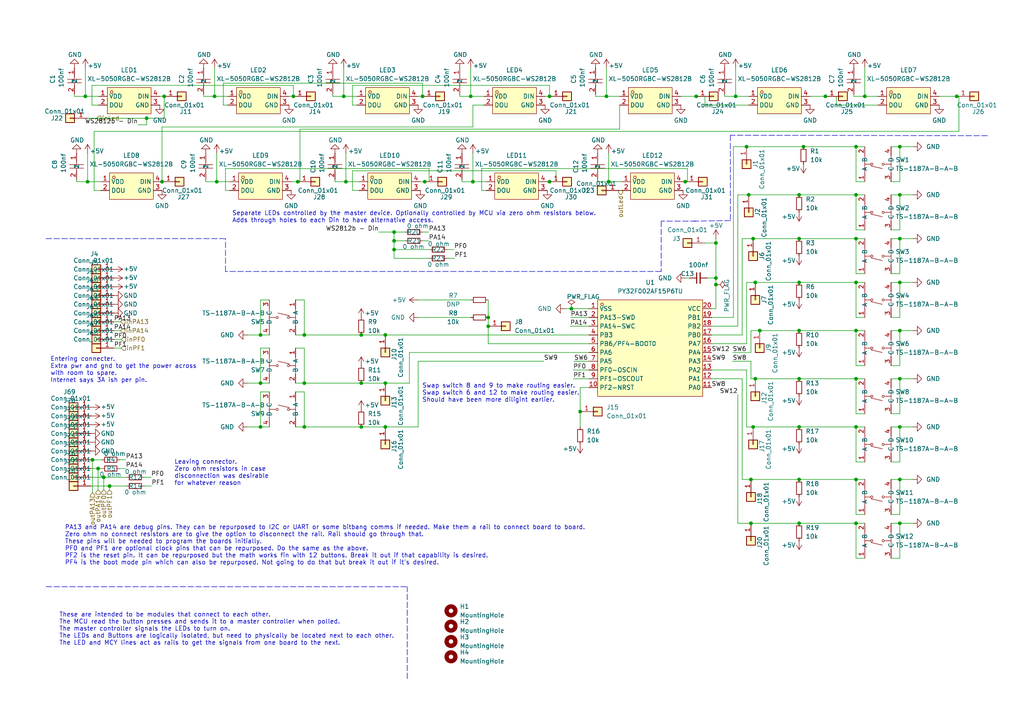
<source format=kicad_sch>
(kicad_sch (version 20211123) (generator eeschema)
  (paper "A4")
  (title_block (title "Habit Calendar") (date "2023-04-26") (rev "Rev 0"))
  (lib_symbols
    (symbol "Connector_Generic:Conn_01x01" (pin_names (offset 1.016) hide)
      (property "Reference" "J" (at 0 2.54 0))
      (property "Value" "Conn_01x01" (at 0 -2.54 0))
      (symbol "Conn_01x01_1_1"
        (pin passive line (at -5.08 0 0) (length 3.81) (name "Pin_1") (number "1"))
      )
    )
    (symbol "Device:C_Small" (pin_numbers hide) (pin_names (offset 0.254) hide)
      (property "Reference" "C" (at 0.254 1.778 0))
      (property "Value" "C_Small" (at 0.254 -2.032 0))
      (symbol "C_Small_1_1"
        (pin passive line (at 0 2.54 270) (length 2.032) (name "~") (number "1"))
        (pin passive line (at 0 -2.54 90) (length 2.032) (name "~") (number "2"))
      )
    )
    (symbol "Device:R_Small" (pin_numbers hide) (pin_names (offset 0.254) hide)
      (property "Reference" "R" (at 0.762 0.508 0))
      (property "Value" "R_Small" (at 0.762 -1.016 0))
      (symbol "R_Small_1_1"
        (pin passive line (at 0 2.54 270) (length 0.762) (name "~") (number "1"))
        (pin passive line (at 0 -2.54 90) (length 0.762) (name "~") (number "2"))
      )
    )
    (symbol "Mechanical:MountingHole" (pin_names (offset 1.016))
      (property "Reference" "H" (at 0 5.08 0))
      (property "Value" "MountingHole" (at 0 3.175 0))
    )
    (symbol "easyeda2kicad:CL05B104KO5NNNC"
      (property "Reference" "C" (at 0 5.08 0))
      (property "Value" "CL05B104KO5NNNC" (at 0 -5.08 0))
      (symbol "CL05B104KO5NNNC_0_1"
        (pin input line (at -3.81 0 0) (length 2.54) (name "1") (number "1"))
        (pin input line (at 3.81 0 180) (length 2.54) (name "2") (number "2"))
      )
    )
    (symbol "easyeda2kicad:PY32F002AF15P6TU"
      (property "Reference" "U" (at 0 16.51 0))
      (property "Value" "PY32F002AF15P6TU" (at 0 -16.51 0))
      (symbol "PY32F002AF15P6TU_0_1"
        (pin unspecified line (at -17.78 11.43 0) (length 2.54) (name "VSS") (number "1"))
        (pin unspecified line (at -17.78 -11.43 0) (length 2.54) (name "PF2-NRST") (number "10"))
        (pin unspecified line (at 17.78 -11.43 180) (length 2.54) (name "PA0") (number "11"))
        (pin unspecified line (at 17.78 -8.89 180) (length 2.54) (name "PA1") (number "12"))
        (pin unspecified line (at 17.78 -6.35 180) (length 2.54) (name "PA2") (number "13"))
        (pin unspecified line (at 17.78 -3.81 180) (length 2.54) (name "PA3") (number "14"))
        (pin unspecified line (at 17.78 -1.27 180) (length 2.54) (name "PA4") (number "15"))
        (pin unspecified line (at 17.78 1.27 180) (length 2.54) (name "PA7") (number "16"))
        (pin unspecified line (at 17.78 3.81 180) (length 2.54) (name "PB0") (number "17"))
        (pin unspecified line (at 17.78 6.35 180) (length 2.54) (name "PB2") (number "18"))
        (pin unspecified line (at 17.78 8.89 180) (length 2.54) (name "PB1") (number "19"))
        (pin unspecified line (at -17.78 8.89 0) (length 2.54) (name "PA13-SWD") (number "2"))
        (pin unspecified line (at 17.78 11.43 180) (length 2.54) (name "VCC") (number "20"))
        (pin unspecified line (at -17.78 6.35 0) (length 2.54) (name "PA14-SWC") (number "3"))
        (pin unspecified line (at -17.78 3.81 0) (length 2.54) (name "PB3") (number "4"))
        (pin unspecified line (at -17.78 1.27 0) (length 2.54) (name "PB6/PF4-BOOT0") (number "5"))
        (pin unspecified line (at -17.78 -1.27 0) (length 2.54) (name "PA6") (number "6"))
        (pin unspecified line (at -17.78 -3.81 0) (length 2.54) (name "PA5") (number "7"))
        (pin unspecified line (at -17.78 -6.35 0) (length 2.54) (name "PF0-OSCIN") (number "8"))
        (pin unspecified line (at -17.78 -8.89 0) (length 2.54) (name "PF1-OSCOUT") (number "9"))
      )
    )
    (symbol "easyeda2kicad:TS-1187A-B-A-B"
      (property "Reference" "SW" (at 0 7.62 0))
      (property "Value" "TS-1187A-B-A-B" (at 0 -10.16 0))
      (symbol "TS-1187A-B-A-B_0_1"
        (pin unspecified line (at -5.08 2.54 0) (length 2.54) (name "A") (number "1"))
        (pin unspecified line (at 5.08 2.54 180) (length 2.54) (name "B") (number "2"))
        (pin unspecified line (at -5.08 -5.08 0) (length 2.54) (name "C") (number "3"))
        (pin unspecified line (at 5.08 -5.08 180) (length 2.54) (name "D") (number "4"))
      )
    )
    (symbol "easyeda2kicad:XL-5050RGBC-WS2812B"
      (property "Reference" "LED" (at 0 6.35 0))
      (property "Value" "XL-5050RGBC-WS2812B" (at 0 -6.35 0))
      (symbol "XL-5050RGBC-WS2812B_0_1"
        (pin unspecified line (at -8.89 1.27 0) (length 2.54) (name "VDD") (number "1"))
        (pin unspecified line (at -8.89 -1.27 0) (length 2.54) (name "DOU") (number "2"))
        (pin unspecified line (at 8.89 -1.27 180) (length 2.54) (name "GND") (number "3"))
        (pin unspecified line (at 8.89 1.27 180) (length 2.54) (name "DIN") (number "4"))
      )
    )
    (symbol "power:+5V" (power) (pin_names (offset 0))
      (property "Value" "+5V" (at 0 3.556 0))
      (symbol "+5V_1_1"
        (pin power_in line (at 0 0 90) (length 0) hide (name "+5V") (number "1"))
      )
    )
    (symbol "power:GND" (power) (pin_names (offset 0))
      (property "Value" "GND" (at 0 -3.81 0))
      (symbol "GND_1_1"
        (pin power_in line (at 0 0 270) (length 0) hide (name "GND") (number "1"))
      )
    )
    (symbol "power:PWR_FLAG" (power) (pin_numbers hide) (pin_names (offset 0) hide)
      (property "Value" "PWR_FLAG" (at 0 3.81 0))
      (symbol "PWR_FLAG_0_0"
        (pin power_out line (at 0 0 90) (length 0) (name "pwr") (number "1"))
      )
    )
  )
  (junction (at 248.285 42.545))
  (junction (at 231.775 151.765))
  (junction (at 250.825 27.94))
  (junction (at 231.775 69.215))
  (junction (at 219.075 109.855))
  (junction (at 248.285 123.825))
  (junction (at 46.99 52.705))
  (junction (at 114.3 72.39))
  (junction (at 213.36 27.94))
  (junction (at 260.985 95.885))
  (junction (at 111.76 123.825))
  (junction (at 248.285 56.515))
  (junction (at 260.985 151.765))
  (junction (at 201.93 27.94))
  (junction (at 207.645 80.645))
  (junction (at 217.805 151.765))
  (junction (at 141.605 92.075))
  (junction (at 175.895 27.94))
  (junction (at 159.385 52.705))
  (junction (at 260.985 81.915))
  (junction (at 47.625 27.94))
  (junction (at 86.36 52.705))
  (junction (at 198.755 52.705))
  (junction (at 104.775 111.125))
  (junction (at 260.985 139.065))
  (junction (at 248.285 109.855))
  (junction (at 220.345 95.885))
  (junction (at 248.285 139.065))
  (junction (at 88.265 123.825))
  (junction (at 111.76 111.125))
  (junction (at 30.099 138.43))
  (junction (at 104.775 97.155))
  (junction (at 218.44 123.825))
  (junction (at 75.565 97.155))
  (junction (at 26.8224 133.3754))
  (junction (at 114.3 69.85))
  (junction (at 260.985 109.855))
  (junction (at 218.44 69.215))
  (junction (at 248.285 81.915))
  (junction (at 114.3 67.31))
  (junction (at 99.695 27.94))
  (junction (at 277.495 27.94))
  (junction (at 207.645 70.485))
  (junction (at 24.765 27.94))
  (junction (at 248.285 95.885))
  (junction (at 231.775 56.515))
  (junction (at 122.555 27.94))
  (junction (at 233.045 42.545))
  (junction (at 62.865 52.705))
  (junction (at 137.16 52.705))
  (junction (at 248.285 151.765))
  (junction (at 85.09 27.94))
  (junction (at 42.545 34.29))
  (junction (at 260.985 56.515))
  (junction (at 123.19 52.705))
  (junction (at 231.775 139.065))
  (junction (at 231.775 95.885))
  (junction (at 25.4 52.705))
  (junction (at 231.775 81.915))
  (junction (at 219.075 81.915))
  (junction (at 75.565 111.125))
  (junction (at 231.775 123.825))
  (junction (at 176.53 52.705))
  (junction (at 75.565 123.825))
  (junction (at 217.17 56.515))
  (junction (at 231.775 109.855))
  (junction (at 159.385 27.94))
  (junction (at 28.448 135.89))
  (junction (at 248.285 69.215))
  (junction (at 260.985 42.545))
  (junction (at 88.265 97.155))
  (junction (at 239.395 27.94))
  (junction (at 168.275 119.38))
  (junction (at 136.525 27.94))
  (junction (at 111.76 97.155))
  (junction (at 260.985 69.215))
  (junction (at 207.645 82.55))
  (junction (at 217.805 139.065))
  (junction (at 260.985 123.825))
  (junction (at 100.33 52.705))
  (junction (at 165.735 89.535))
  (junction (at 31.7754 140.97))
  (junction (at 88.265 111.125))
  (junction (at 216.535 42.545))
  (junction (at 141.605 94.615))
  (junction (at 62.23 27.94))
  (junction (at 104.775 123.825))
  (wire (pts (xy 31.7754 140.97) (xy 31.7754 142.113)))
  (wire (pts (xy 136.525 27.94) (xy 140.335 27.94)))
  (wire (pts (xy 217.805 95.885) (xy 217.805 102.235)))
  (wire (pts (xy 250.825 69.215) (xy 248.285 69.215)))
  (polyline (pts (xy 211.836 63.9826) (xy 201.295 64.135)))
  (wire (pts (xy 248.285 66.675) (xy 248.285 56.515)))
  (wire (pts (xy 260.985 56.515) (xy 264.795 56.515)))
  (wire (pts (xy 260.985 139.065) (xy 264.795 139.065)))
  (wire (pts (xy 248.285 133.985) (xy 248.285 123.825)))
  (wire (pts (xy 248.285 52.705) (xy 248.285 42.545)))
  (wire (pts (xy 84.455 52.705) (xy 86.36 52.705)))
  (wire (pts (xy 207.645 82.55) (xy 207.645 89.535)))
  (wire (pts (xy 46.99 52.705) (xy 46.99 36.83)))
  (wire (pts (xy 248.285 151.765) (xy 231.775 151.765)))
  (wire (pts (xy 234.95 27.94) (xy 239.395 27.94)))
  (wire (pts (xy 219.075 81.915) (xy 216.535 81.915)))
  (wire (pts (xy 124.333 69.85) (xy 122.555 69.85)))
  (wire (pts (xy 217.805 139.065) (xy 215.265 139.065)))
  (wire (pts (xy 260.985 42.545) (xy 264.795 42.545)))
  (wire (pts (xy 201.93 27.94) (xy 204.47 27.94)))
  (wire (pts (xy 86.36 52.705) (xy 86.995 52.705)))
  (wire (pts (xy 175.895 27.94) (xy 172.72 27.94)))
  (wire (pts (xy 216.535 99.695) (xy 206.375 99.695)))
  (wire (pts (xy 36.703 138.43) (xy 30.099 138.43)))
  (wire (pts (xy 212.725 42.545) (xy 216.535 42.545)))
  (wire (pts (xy 140.335 30.48) (xy 137.16 30.48)))
  (wire (pts (xy 258.445 56.515) (xy 260.985 56.515)))
  (polyline (pts (xy 13.335 170.18) (xy 118.11 170.18)))
  (wire (pts (xy 114.3 67.31) (xy 114.3 69.85)))
  (wire (pts (xy 159.385 24.765) (xy 159.385 27.94)))
  (wire (pts (xy 250.825 109.855) (xy 248.285 109.855)))
  (wire (pts (xy 217.805 109.855) (xy 217.805 104.775)))
  (wire (pts (xy 28.448 135.89) (xy 26.416 135.89)))
  (wire (pts (xy 179.705 37.465) (xy 86.995 37.465)))
  (wire (pts (xy 158.115 27.94) (xy 159.385 27.94)))
  (wire (pts (xy 42.545 34.29) (xy 47.625 34.29)))
  (wire (pts (xy 272.415 27.94) (xy 277.495 27.94)))
  (wire (pts (xy 258.445 120.015) (xy 260.985 120.015)))
  (wire (pts (xy 137.16 52.705) (xy 133.985 52.705)))
  (wire (pts (xy 29.9212 133.3754) (xy 29.591 133.35)))
  (wire (pts (xy 28.575 27.94) (xy 24.765 27.94)))
  (wire (pts (xy 231.775 123.825) (xy 218.44 123.825)))
  (wire (pts (xy 260.985 106.045) (xy 260.985 95.885)))
  (wire (pts (xy 175.895 19.685) (xy 175.895 27.94)))
  (wire (pts (xy 124.587 74.93) (xy 114.3 74.93)))
  (wire (pts (xy 124.333 67.31) (xy 122.555 67.31)))
  (polyline (pts (xy 13.335 69.215) (xy 65.405 69.215)))
  (wire (pts (xy 29.591 135.89) (xy 28.448 135.89)))
  (wire (pts (xy 212.471 102.235) (xy 217.805 102.235)))
  (wire (pts (xy 35.0012 93.3196) (xy 33.02 93.345)))
  (wire (pts (xy 248.285 81.915) (xy 231.775 81.915)))
  (wire (pts (xy 97.155 52.705) (xy 100.33 52.705)))
  (wire (pts (xy 97.155 52.705) (xy 97.155 52.07)))
  (wire (pts (xy 215.265 139.065) (xy 215.265 109.855)))
  (wire (pts (xy 83.82 27.94) (xy 85.09 27.94)))
  (wire (pts (xy 78.105 86.995) (xy 75.565 86.995)))
  (wire (pts (xy 27.305 55.245) (xy 29.21 55.245)))
  (wire (pts (xy 248.285 106.045) (xy 248.285 95.885)))
  (wire (pts (xy 137.16 44.45) (xy 137.16 52.705)))
  (wire (pts (xy 242.57 30.48) (xy 254.635 30.48)))
  (wire (pts (xy 139.7 55.245) (xy 139.7 48.895)))
  (wire (pts (xy 78.105 111.125) (xy 75.565 111.125)))
  (wire (pts (xy 118.745 111.125) (xy 111.76 111.125)))
  (wire (pts (xy 111.76 111.125) (xy 104.775 111.125)))
  (wire (pts (xy 213.36 27.94) (xy 217.17 27.94)))
  (wire (pts (xy 141.605 86.995) (xy 141.605 92.075)))
  (wire (pts (xy 216.535 123.825) (xy 216.535 107.315)))
  (wire (pts (xy 46.99 36.83) (xy 137.16 36.83)))
  (wire (pts (xy 233.045 42.545) (xy 248.285 42.545)))
  (wire (pts (xy 248.285 95.885) (xy 231.775 95.885)))
  (wire (pts (xy 204.47 27.94) (xy 204.47 30.48)))
  (wire (pts (xy 217.805 109.855) (xy 219.075 109.855)))
  (wire (pts (xy 131.699 72.39) (xy 129.667 72.39)))
  (polyline (pts (xy 118.11 196.85) (xy 118.11 170.18)))
  (wire (pts (xy 231.775 81.915) (xy 219.075 81.915)))
  (wire (pts (xy 231.775 56.515) (xy 217.17 56.515)))
  (wire (pts (xy 250.825 92.075) (xy 248.285 92.075)))
  (wire (pts (xy 64.77 30.48) (xy 64.77 24.13)))
  (wire (pts (xy 215.265 109.855) (xy 206.375 109.855)))
  (wire (pts (xy 231.775 139.065) (xy 217.805 139.065)))
  (wire (pts (xy 28.448 135.89) (xy 28.448 142.113)))
  (wire (pts (xy 250.825 66.675) (xy 248.285 66.675)))
  (wire (pts (xy 170.815 102.235) (xy 118.745 102.235)))
  (wire (pts (xy 260.985 109.855) (xy 264.795 109.855)))
  (wire (pts (xy 31.7754 140.97) (xy 26.416 140.97)))
  (wire (pts (xy 103.505 27.94) (xy 99.695 27.94)))
  (wire (pts (xy 258.445 52.705) (xy 260.985 52.705)))
  (wire (pts (xy 121.285 27.94) (xy 122.555 27.94)))
  (wire (pts (xy 213.36 19.685) (xy 213.36 27.94)))
  (wire (pts (xy 170.815 112.395) (xy 168.275 112.395)))
  (wire (pts (xy 218.44 123.825) (xy 216.535 123.825)))
  (wire (pts (xy 250.825 161.925) (xy 248.285 161.925)))
  (wire (pts (xy 217.17 56.515) (xy 213.995 56.515)))
  (wire (pts (xy 102.235 49.53) (xy 161.29 49.53)))
  (wire (pts (xy 168.275 112.395) (xy 168.275 119.38)))
  (wire (pts (xy 207.645 69.215) (xy 207.645 70.485)))
  (wire (pts (xy 88.265 113.665) (xy 88.265 123.825)))
  (wire (pts (xy 21.59 27.94) (xy 21.59 27.305)))
  (wire (pts (xy 248.285 120.015) (xy 248.285 109.855)))
  (wire (pts (xy 239.395 27.94) (xy 242.57 27.94)))
  (wire (pts (xy 170.815 104.775) (xy 166.497 104.775)))
  (wire (pts (xy 278.13 27.94) (xy 278.13 38.1)))
  (wire (pts (xy 204.47 70.485) (xy 207.645 70.485)))
  (wire (pts (xy 250.825 149.225) (xy 248.285 149.225)))
  (wire (pts (xy 260.985 79.375) (xy 260.985 69.215)))
  (wire (pts (xy 250.825 52.705) (xy 248.285 52.705)))
  (wire (pts (xy 26.416 133.3754) (xy 26.8224 133.3754)))
  (wire (pts (xy 258.445 151.765) (xy 260.985 151.765)))
  (wire (pts (xy 124.587 72.39) (xy 114.3 72.39)))
  (wire (pts (xy 47.625 34.29) (xy 47.625 27.94)))
  (wire (pts (xy 62.23 19.685) (xy 62.23 27.94)))
  (wire (pts (xy 215.265 97.155) (xy 206.375 97.155)))
  (wire (pts (xy 260.985 151.765) (xy 264.795 151.765)))
  (wire (pts (xy 78.105 123.825) (xy 75.565 123.825)))
  (wire (pts (xy 65.405 55.245) (xy 65.405 48.895)))
  (wire (pts (xy 198.755 52.705) (xy 199.39 52.705)))
  (wire (pts (xy 207.645 70.485) (xy 207.645 80.645)))
  (wire (pts (xy 33.02 93.345) (xy 33.02 93.3704)))
  (wire (pts (xy 258.445 81.915) (xy 260.985 81.915)))
  (wire (pts (xy 250.825 139.065) (xy 248.285 139.065)))
  (wire (pts (xy 216.535 107.315) (xy 206.375 107.315)))
  (wire (pts (xy 173.355 52.705) (xy 173.355 52.07)))
  (polyline (pts (xy 201.295 64.135) (xy 201.295 64.135)))
  (wire (pts (xy 248.285 56.515) (xy 231.775 56.515)))
  (wire (pts (xy 85.725 100.965) (xy 88.265 100.965)))
  (wire (pts (xy 242.57 27.94) (xy 242.57 30.48)))
  (wire (pts (xy 99.695 19.685) (xy 99.695 27.94)))
  (wire (pts (xy 260.985 69.215) (xy 264.795 69.215)))
  (wire (pts (xy 248.285 123.825) (xy 231.775 123.825)))
  (wire (pts (xy 260.985 81.915) (xy 264.795 81.915)))
  (wire (pts (xy 248.285 92.075) (xy 248.285 81.915)))
  (wire (pts (xy 103.505 30.48) (xy 102.235 30.48)))
  (wire (pts (xy 121.285 104.775) (xy 157.734 104.775)))
  (polyline (pts (xy 191.77 78.74) (xy 65.405 78.74)))
  (wire (pts (xy 78.105 100.965) (xy 75.565 100.965)))
  (wire (pts (xy 24.765 27.94) (xy 21.59 27.94)))
  (wire (pts (xy 199.39 48.895) (xy 199.39 52.705)))
  (wire (pts (xy 250.825 27.94) (xy 247.65 27.94)))
  (polyline (pts (xy 201.93 64.135) (xy 191.77 64.135)))
  (wire (pts (xy 166.243 109.855) (xy 170.815 109.855)))
  (wire (pts (xy 260.985 123.825) (xy 264.795 123.825)))
  (wire (pts (xy 258.445 106.045) (xy 260.985 106.045)))
  (wire (pts (xy 104.775 123.825) (xy 111.76 123.825)))
  (wire (pts (xy 216.535 42.545) (xy 233.045 42.545)))
  (wire (pts (xy 43.815 138.43) (xy 41.783 138.43)))
  (wire (pts (xy 75.565 123.825) (xy 71.755 123.825)))
  (wire (pts (xy 260.985 52.705) (xy 260.985 42.545)))
  (wire (pts (xy 220.345 95.885) (xy 217.805 95.885)))
  (polyline (pts (xy 65.405 78.74) (xy 65.405 69.215)))
  (wire (pts (xy 219.075 109.855) (xy 231.775 109.855)))
  (wire (pts (xy 172.72 27.94) (xy 172.72 27.305)))
  (wire (pts (xy 85.725 113.665) (xy 88.265 113.665)))
  (wire (pts (xy 27.305 55.245) (xy 27.305 38.1)))
  (wire (pts (xy 277.495 27.94) (xy 278.13 27.94)))
  (wire (pts (xy 250.825 19.685) (xy 250.825 27.94)))
  (wire (pts (xy 131.826 74.93) (xy 129.667 74.93)))
  (wire (pts (xy 65.405 48.895) (xy 124.46 48.895)))
  (wire (pts (xy 139.7 48.895) (xy 199.39 48.895)))
  (wire (pts (xy 124.46 48.895) (xy 124.46 52.705)))
  (wire (pts (xy 210.185 27.94) (xy 213.36 27.94)))
  (wire (pts (xy 35.2044 98.4504) (xy 33.02 98.4504)))
  (wire (pts (xy 118.745 102.235) (xy 118.745 111.125)))
  (wire (pts (xy 231.775 95.885) (xy 220.345 95.885)))
  (wire (pts (xy 102.235 55.245) (xy 102.235 49.53)))
  (wire (pts (xy 86.995 37.465) (xy 86.995 52.705)))
  (wire (pts (xy 258.445 139.065) (xy 260.985 139.065)))
  (wire (pts (xy 258.445 161.925) (xy 260.985 161.925)))
  (wire (pts (xy 66.675 52.705) (xy 62.865 52.705)))
  (wire (pts (xy 75.565 111.125) (xy 71.755 111.125)))
  (wire (pts (xy 205.105 80.645) (xy 207.645 80.645)))
  (wire (pts (xy 33.02 100.965) (xy 35.1536 100.965)))
  (wire (pts (xy 40.005 36.195) (xy 42.545 36.195)))
  (wire (pts (xy 121.92 52.705) (xy 123.19 52.705)))
  (wire (pts (xy 260.985 66.675) (xy 260.985 56.515)))
  (polyline (pts (xy 191.77 64.135) (xy 191.77 78.74)))
  (wire (pts (xy 258.445 79.375) (xy 260.985 79.375)))
  (wire (pts (xy 30.099 138.43) (xy 30.099 142.0876)))
  (wire (pts (xy 165.354 94.615) (xy 170.815 94.615)))
  (wire (pts (xy 24.765 19.685) (xy 24.765 27.94)))
  (polyline (pts (xy 211.836 39.2176) (xy 211.836 63.9826)))
  (wire (pts (xy 117.475 67.31) (xy 114.3 67.31)))
  (wire (pts (xy 88.265 86.995) (xy 88.265 97.155)))
  (wire (pts (xy 121.285 92.075) (xy 136.525 92.075)))
  (wire (pts (xy 85.725 86.995) (xy 88.265 86.995)))
  (polyline (pts (xy 286.385 39.37) (xy 211.836 39.2176)))
  (wire (pts (xy 163.83 89.535) (xy 165.735 89.535)))
  (wire (pts (xy 122.555 24.13) (xy 122.555 27.94)))
  (wire (pts (xy 66.04 30.48) (xy 64.77 30.48)))
  (wire (pts (xy 165.481 92.075) (xy 170.815 92.075)))
  (wire (pts (xy 22.225 52.705) (xy 25.4 52.705)))
  (wire (pts (xy 248.285 79.375) (xy 248.285 69.215)))
  (wire (pts (xy 36.703 140.97) (xy 31.7754 140.97)))
  (wire (pts (xy 121.285 123.825) (xy 121.285 104.775)))
  (wire (pts (xy 85.09 24.765) (xy 85.09 27.94)))
  (wire (pts (xy 258.445 95.885) (xy 260.985 95.885)))
  (wire (pts (xy 28.575 30.48) (xy 26.67 30.48)))
  (wire (pts (xy 88.265 100.965) (xy 88.265 111.125)))
  (wire (pts (xy 250.825 106.045) (xy 248.285 106.045)))
  (wire (pts (xy 248.285 161.925) (xy 248.285 151.765)))
  (wire (pts (xy 212.725 92.075) (xy 212.725 42.545)))
  (wire (pts (xy 215.265 69.215) (xy 215.265 97.155)))
  (wire (pts (xy 109.855 67.31) (xy 114.3 67.31)))
  (wire (pts (xy 168.275 119.38) (xy 168.275 123.825)))
  (wire (pts (xy 26.8224 133.3754) (xy 26.8224 142.9258)))
  (wire (pts (xy 59.69 52.705) (xy 59.69 52.07)))
  (wire (pts (xy 204.47 30.48) (xy 217.17 30.48)))
  (wire (pts (xy 141.605 99.695) (xy 141.605 94.615)))
  (wire (pts (xy 75.565 97.155) (xy 71.755 97.155)))
  (wire (pts (xy 207.645 80.645) (xy 207.645 82.55)))
  (wire (pts (xy 231.775 151.765) (xy 217.805 151.765)))
  (wire (pts (xy 100.33 52.705) (xy 104.14 52.705)))
  (wire (pts (xy 104.775 123.825) (xy 88.265 123.825)))
  (wire (pts (xy 217.805 151.765) (xy 213.995 151.765)))
  (wire (pts (xy 26.67 24.765) (xy 85.09 24.765)))
  (wire (pts (xy 161.29 49.53) (xy 161.29 52.705)))
  (wire (pts (xy 260.985 133.985) (xy 260.985 123.825)))
  (wire (pts (xy 258.445 149.225) (xy 260.985 149.225)))
  (wire (pts (xy 250.825 133.985) (xy 248.285 133.985)))
  (wire (pts (xy 111.76 97.155) (xy 170.815 97.155)))
  (wire (pts (xy 179.705 27.94) (xy 175.895 27.94)))
  (wire (pts (xy 258.445 69.215) (xy 260.985 69.215)))
  (wire (pts (xy 165.735 89.535) (xy 170.815 89.535)))
  (wire (pts (xy 176.53 44.45) (xy 176.53 52.705)))
  (wire (pts (xy 206.375 89.535) (xy 207.645 89.535)))
  (wire (pts (xy 133.985 52.705) (xy 133.985 52.07)))
  (wire (pts (xy 258.445 133.985) (xy 260.985 133.985)))
  (wire (pts (xy 111.76 123.825) (xy 121.285 123.825)))
  (wire (pts (xy 210.185 27.94) (xy 210.185 27.305)))
  (wire (pts (xy 66.04 27.94) (xy 62.23 27.94)))
  (wire (pts (xy 114.3 69.85) (xy 114.3 72.39)))
  (wire (pts (xy 75.565 86.995) (xy 75.565 97.155)))
  (wire (pts (xy 260.985 95.885) (xy 264.795 95.885)))
  (wire (pts (xy 100.33 44.45) (xy 100.33 52.705)))
  (wire (pts (xy 99.695 27.94) (xy 96.52 27.94)))
  (wire (pts (xy 114.3 72.39) (xy 114.3 74.93)))
  (wire (pts (xy 176.53 52.705) (xy 173.355 52.705)))
  (wire (pts (xy 104.14 55.245) (xy 102.235 55.245)))
  (wire (pts (xy 104.775 97.155) (xy 111.76 97.155)))
  (wire (pts (xy 62.23 27.94) (xy 59.055 27.94)))
  (wire (pts (xy 158.75 52.705) (xy 159.385 52.705)))
  (wire (pts (xy 36.449 135.89) (xy 34.671 135.89)))
  (wire (pts (xy 213.995 94.615) (xy 206.375 94.615)))
  (wire (pts (xy 166.243 107.315) (xy 170.815 107.315)))
  (wire (pts (xy 75.565 113.665) (xy 75.565 123.825)))
  (wire (pts (xy 260.985 161.925) (xy 260.985 151.765)))
  (wire (pts (xy 231.775 69.215) (xy 218.44 69.215)))
  (wire (pts (xy 231.775 109.855) (xy 248.285 109.855)))
  (wire (pts (xy 36.449 133.35) (xy 34.671 133.35)))
  (wire (pts (xy 133.35 27.94) (xy 133.35 27.305)))
  (wire (pts (xy 64.77 24.13) (xy 122.555 24.13)))
  (wire (pts (xy 260.985 149.225) (xy 260.985 139.065)))
  (wire (pts (xy 213.995 56.515) (xy 213.995 94.615)))
  (wire (pts (xy 62.865 52.705) (xy 59.69 52.705)))
  (wire (pts (xy 248.285 42.545) (xy 250.825 42.545)))
  (wire (pts (xy 33.02 95.9104) (xy 34.9758 95.9104)))
  (wire (pts (xy 254.635 27.94) (xy 250.825 27.94)))
  (wire (pts (xy 206.375 92.075) (xy 212.725 92.075)))
  (wire (pts (xy 260.985 92.075) (xy 260.985 81.915)))
  (wire (pts (xy 25.4 44.45) (xy 25.4 52.705)))
  (wire (pts (xy 30.099 138.43) (xy 26.416 138.43)))
  (wire (pts (xy 96.52 27.94) (xy 96.52 27.305)))
  (wire (pts (xy 75.565 100.965) (xy 75.565 111.125)))
  (wire (pts (xy 85.725 123.825) (xy 88.265 123.825)))
  (wire (pts (xy 102.235 30.48) (xy 102.235 24.765)))
  (wire (pts (xy 198.12 52.705) (xy 198.755 52.705)))
  (wire (pts (xy 141.605 94.615) (xy 141.605 92.075)))
  (wire (pts (xy 25.4 34.29) (xy 42.545 34.29)))
  (wire (pts (xy 123.19 52.705) (xy 124.46 52.705)))
  (wire (pts (xy 258.445 109.855) (xy 260.985 109.855)))
  (wire (pts (xy 258.445 92.075) (xy 260.985 92.075)))
  (wire (pts (xy 258.445 66.675) (xy 260.985 66.675)))
  (wire (pts (xy 33.02 98.4504) (xy 33.02 98.425)))
  (wire (pts (xy 136.525 19.685) (xy 136.525 27.94)))
  (wire (pts (xy 117.475 69.85) (xy 114.3 69.85)))
  (wire (pts (xy 140.97 52.705) (xy 137.16 52.705)))
  (wire (pts (xy 247.65 27.94) (xy 247.65 27.305)))
  (wire (pts (xy 104.775 111.125) (xy 88.265 111.125)))
  (wire (pts (xy 250.825 79.375) (xy 248.285 79.375)))
  (wire (pts (xy 258.445 123.825) (xy 260.985 123.825)))
  (wire (pts (xy 250.825 95.885) (xy 248.285 95.885)))
  (wire (pts (xy 218.44 69.215) (xy 215.265 69.215)))
  (wire (pts (xy 179.6034 55.245) (xy 180.34 55.245)))
  (wire (pts (xy 22.225 52.705) (xy 22.225 52.07)))
  (wire (pts (xy 46.355 27.94) (xy 47.625 27.94)))
  (wire (pts (xy 140.97 55.245) (xy 139.7 55.245)))
  (wire (pts (xy 213.995 114.427) (xy 213.995 151.765)))
  (wire (pts (xy 159.385 52.705) (xy 161.29 52.705)))
  (wire (pts (xy 59.055 27.94) (xy 59.055 27.305)))
  (wire (pts (xy 85.725 97.155) (xy 88.265 97.155)))
  (wire (pts (xy 260.985 120.015) (xy 260.985 109.855)))
  (wire (pts (xy 27.305 38.1) (xy 278.13 38.1)))
  (wire (pts (xy 26.8224 133.3754) (xy 29.9212 133.3754)))
  (wire (pts (xy 179.705 30.48) (xy 179.705 37.465)))
  (wire (pts (xy 121.285 86.995) (xy 136.525 86.995)))
  (wire (pts (xy 78.105 113.665) (xy 75.565 113.665)))
  (wire (pts (xy 141.605 99.695) (xy 170.815 99.695)))
  (wire (pts (xy 62.865 44.45) (xy 62.865 52.705)))
  (wire (pts (xy 248.285 139.065) (xy 231.775 139.065)))
  (wire (pts (xy 250.825 81.915) (xy 248.285 81.915)))
  (wire (pts (xy 66.675 55.245) (xy 65.405 55.245)))
  (wire (pts (xy 42.545 36.195) (xy 42.545 34.29)))
  (wire (pts (xy 248.285 69.215) (xy 231.775 69.215)))
  (wire (pts (xy 104.775 97.155) (xy 88.265 97.155)))
  (wire (pts (xy 250.825 123.825) (xy 248.285 123.825)))
  (wire (pts (xy 198.755 80.645) (xy 200.025 80.645)))
  (wire (pts (xy 216.535 81.915) (xy 216.535 99.695)))
  (wire (pts (xy 137.16 30.48) (xy 137.16 36.83)))
  (wire (pts (xy 85.725 111.125) (xy 88.265 111.125)))
  (wire (pts (xy 78.105 97.155) (xy 75.565 97.155)))
  (wire (pts (xy 212.471 104.775) (xy 217.805 104.775)))
  (wire (pts (xy 25.4 52.705) (xy 29.21 52.705)))
  (wire (pts (xy 26.67 30.48) (xy 26.67 24.765)))
  (wire (pts (xy 250.825 56.515) (xy 248.285 56.515)))
  (wire (pts (xy 248.285 149.225) (xy 248.285 139.065)))
  (wire (pts (xy 102.235 24.765) (xy 159.385 24.765)))
  (wire (pts (xy 258.445 42.545) (xy 260.985 42.545)))
  (wire (pts (xy 250.825 120.015) (xy 248.285 120.015)))
  (wire (pts (xy 197.485 27.94) (xy 201.93 27.94)))
  (wire (pts (xy 180.34 52.705) (xy 176.53 52.705)))
  (wire (pts (xy 250.825 151.765) (xy 248.285 151.765)))
  (wire (pts (xy 43.942 140.97) (xy 41.783 140.97)))
  (wire (pts (xy 133.35 27.94) (xy 136.525 27.94)))
  (text "PA13 and PA14 are debug pins. They can be repurposed to I2C or UART or some bitbang comms if needed. Make them a rail to connect board to board.\nZero ohm no connect resistors are to give the option to disconnect the rail. Rail should go through that.\nThese pins will be needed to program the boards initially.\nPF0 and PF1 are optional clock pins that can be repurposed. Do the same as the above.\nPF2 is the reset pin. It can be repurposed but the math works fin with 12 buttons. Break it out if that capability is desired.\nPF4 is the boot mode pin which can also be repurposed. Not going to do that but break it out if it's desired." (at 18.796 164.0332 0) (effects (font (size 1.27 1.27)) (justify left bottom)))
  (text "These are intended to be modules that connect to each other.\nThe MCU read the button presses and sends it to a master controller when polled.\nThe master controller signals the LEDs to turn on.\nThe LEDs and Buttons are logically isolated, but need to physically be located next to each other.\nThe LED and MCY lines act as rails to get the signals from one board to the next." (at 17.145 187.325 0) (effects (font (size 1.27 1.27)) (justify left bottom)))
  (text "Entering connecter.\nExtra pwr and gnd to get the power across\nwith room to spare.\nInternet says 3A ish per pin." (at 14.605 111.125 0) (effects (font (size 1.27 1.27)) (justify left bottom)))
  (text "Swap switch 8 and 9 to make routing easier.\nSwap switch 6 and 12 to make routing easier.\nShould have been more diligint earlier." (at 122.428 116.84 0) (effects (font (size 1.27 1.27)) (justify left bottom)))
  (text "Separate LEDs controlled by the master device. Optionally controlled by MCU via zero ohm resistors below.\nAdds through holes to each Din to have alternative access." (at 67.31 64.77 0) (effects (font (size 1.27 1.27)) (justify left bottom)))
  (text "Leaving connector.\nZero ohm resistors in case\ndisconnection was desirable\nfor whatever reason" (at 50.546 140.97 0) (effects (font (size 1.27 1.27)) (justify left bottom)))
  (label "SW12" (at 206.375 102.235 0))
  (label "SW9" (at 206.375 104.775 0))
  (label "PF0" (at 166.243 107.315 0))
  (label "PF1" (at 166.243 109.855 0))
  (label "SW6" (at 212.471 102.235 0))
  (label "PF1" (at 131.826 74.93 0))
  (label "PA14" (at 36.449 135.89 0))
  (label "PF0" (at 131.699 72.39 0))
  (label "PA14" (at 165.354 94.615 0))
  (label "PA14" (at 33.02 95.9104 0))
  (label "PA13" (at 124.333 67.31 0))
  (label "WS2812b - Din" (at 40.005 36.195 180))
  (label "WS2812b - Din" (at 109.855 67.31 180))
  (label "PA14" (at 124.333 69.85 0))
  (label "PF0" (at 33.02 98.425 0))
  (label "PF0" (at 43.815 138.43 0))
  (label "PF1" (at 43.942 140.97 0))
  (label "SW12" (at 213.995 114.427 180))
  (label "PF1" (at 33.0454 100.965 0))
  (label "PA13" (at 33.02 93.345 0))
  (label "SW9" (at 157.734 104.775 0))
  (label "PA13" (at 36.449 133.35 0))
  (label "SW8" (at 212.471 104.775 0))
  (label "SW6" (at 166.497 104.775 0))
  (label "SW8" (at 206.375 112.395 0))
  (label "PA13" (at 165.481 92.075 0))
  (hierarchical_label "inPF1" (shape input) (at 35.1536 100.965 0))
  (hierarchical_label "outPA13" (shape input) (at 26.8224 142.9258 270))
  (hierarchical_label "outLed" (shape output) (at 180.0098 55.245 270))
  (hierarchical_label "outPF0" (shape input) (at 30.099 142.0876 270))
  (hierarchical_label "inPA14" (shape input) (at 34.9758 95.9104 0))
  (hierarchical_label "outPA14" (shape input) (at 28.448 142.113 270))
  (hierarchical_label "outPF1" (shape input) (at 31.7754 142.113 270))
  (hierarchical_label "inLed" (shape input) (at 28.0162 34.29 0))
  (hierarchical_label "inPF0" (shape input) (at 35.2044 98.4504 0))
  (hierarchical_label "inPA13" (shape input) (at 35.0012 93.3196 0))
  (symbol (lib_id "Connector_Generic:Conn_01x01") (at 128.27 52.705 0) (unit 1)
    (property "Reference" "J29" (at 127.635 57.15 0) (effects (justify left)))
    (property "Value" "Conn_01x01" (at 123.19 55.245 0) (effects (justify left)))
    (property "Footprint" "Connector_PinHeader_2.54mm:PinHeader_1x01_P2.54mm_Vertical" (effects hide))
  )
  (symbol (lib_id "Connector_Generic:Conn_01x01") (at 27.94 78.105 180) (unit 1)
    (property "Reference" "J4" (at 28.575 73.66 0) (effects (justify left)))
    (property "Value" "Conn_01x01" (at 33.02 75.565 0) (effects (justify left)))
    (property "Footprint" "Connector_PinHeader_2.54mm:PinHeader_1x01_P2.54mm_Vertical" (effects hide))
  )
  (symbol (lib_id "Device:R_Small") (at 139.065 92.075 90) (unit 1)
    (property "Reference" "R8" (at 131.445 90.805 90))
    (property "Value" "10k" (at 131.445 93.345 90))
    (property "Footprint" "Resistor_SMD:R_0402_1005Metric" (effects hide))
  )
  (symbol (lib_id "power:+5V") (at 231.775 114.935 180) (unit 1)
    (property "Reference" "#PWR057" (effects hide))
    (property "Value" "+5V" (at 226.695 116.205 0) (effects (justify right)))
  )
  (symbol (lib_id "power:+5V") (at 207.645 69.215 0) (unit 1)
    (property "Reference" "#PWR041" (effects hide))
    (property "Value" "+5V" (at 207.645 65.405 0))
  )
  (symbol (lib_id "Connector_Generic:Conn_01x01") (at 218.44 74.295 270) (unit 1)
    (property "Reference" "J6" (at 220.98 73.025 0) (effects (justify left)))
    (property "Value" "Conn_01x01" (at 222.885 69.85 0) (effects (justify left)))
    (property "Footprint" "Connector_PinHeader_2.54mm:PinHeader_1x01_P2.54mm_Vertical" (effects hide))
  )
  (symbol (lib_id "easyeda2kicad:CL05B104KO5NNNC") (at 173.355 48.26 270) (unit 1)
    (property "Reference" "C12" (at 167.005 46.355 0) (effects (justify left)))
    (property "Value" "100nf" (at 169.545 44.45 0) (effects (justify left)))
    (property "Footprint" "easyeda2kicad:C0402" (effects hide))
    (property "Datasheet" "https://lcsc.com/product-detail/Multilayer-Ceramic-Capacitors-MLCC-SMD-SMT_SAMSUNG_CL05B104KO5NNNC_100nF-104-10-16V_C1525.html" (effects hide))
    (property "Manufacturer" "SAMSUNG(三星)" (effects hide))
    (property "LCSC Part" "C1525" (effects hide))
    (property "JLC Part" "Basic Part" (effects hide))
  )
  (symbol (lib_id "power:+5V") (at 33.02 78.105 270) (unit 1)
    (property "Reference" "#PWR0104" (effects hide))
    (property "Value" "+5V" (at 39.878 77.978 90) (effects (justify right)))
  )
  (symbol (lib_id "Connector_Generic:Conn_01x01") (at 146.685 94.615 0) (unit 1)
    (property "Reference" "J8" (at 149.225 93.3449 0) (effects (justify left)))
    (property "Value" "Conn_01x01" (at 149.225 95.8849 0) (effects (justify left)))
    (property "Footprint" "Connector_PinHeader_2.54mm:PinHeader_1x01_P2.54mm_Vertical" (effects hide))
  )
  (symbol (lib_id "Connector_Generic:Conn_01x01") (at 52.07 52.705 0) (unit 1)
    (property "Reference" "J27" (at 51.435 57.15 0) (effects (justify left)))
    (property "Value" "Conn_01x01" (at 46.99 55.245 0) (effects (justify left)))
    (property "Footprint" "Connector_PinHeader_2.54mm:PinHeader_1x01_P2.54mm_Vertical" (effects hide))
  )
  (symbol (lib_id "power:+5V") (at 100.33 44.45 0) (unit 1)
    (property "Reference" "#PWR028" (effects hide))
    (property "Value" "+5V" (at 100.965 43.815 0) (effects (justify left)))
  )
  (symbol (lib_id "easyeda2kicad:XL-5050RGBC-WS2812B") (at 226.06 29.21 0) (unit 1)
    (property "Reference" "LED6" (at 226.06 20.32 0))
    (property "Value" "XL-5050RGBC-WS2812B" (at 226.06 22.86 0))
    (property "Footprint" "easyeda2kicad:LED-SMD_4P-L5.0-W5.0-BL_XL-5050RGBC" (effects hide))
    (property "Manufacturer" "XINGLIGHT(成兴光)" (effects hide))
    (property "LCSC Part" "C2843785" (effects hide))
    (property "JLC Part" "Extended Part" (effects hide))
  )
  (symbol (lib_id "Connector_Generic:Conn_01x01") (at 164.465 27.94 0) (unit 1)
    (property "Reference" "J21" (at 163.83 32.385 0) (effects (justify left)))
    (property "Value" "Conn_01x01" (at 159.385 30.48 0) (effects (justify left)))
    (property "Footprint" "Connector_PinHeader_2.54mm:PinHeader_1x01_P2.54mm_Vertical" (effects hide))
  )
  (symbol (lib_id "Connector_Generic:Conn_01x01") (at 21.336 138.43 180) (unit 1)
    (property "Reference" "J77" (at 21.971 133.985 0) (effects (justify left)))
    (property "Value" "Conn_01x01" (at 26.416 135.89 0) (effects (justify left)))
    (property "Footprint" "Connector_PinHeader_2.54mm:PinHeader_1x01_P2.54mm_Vertical" (effects hide))
  )
  (symbol (lib_id "easyeda2kicad:XL-5050RGBC-WS2812B") (at 75.565 53.975 0) (unit 1)
    (property "Reference" "LED9" (at 75.565 45.085 0))
    (property "Value" "XL-5050RGBC-WS2812B" (at 75.565 47.625 0))
    (property "Footprint" "easyeda2kicad:LED-SMD_4P-L5.0-W5.0-BL_XL-5050RGBC" (effects hide))
    (property "Manufacturer" "XINGLIGHT(成兴光)" (effects hide))
    (property "LCSC Part" "C2843785" (effects hide))
    (property "JLC Part" "Extended Part" (effects hide))
  )
  (symbol (lib_id "power:+5V") (at 231.775 128.905 180) (unit 1)
    (property "Reference" "#PWR062" (effects hide))
    (property "Value" "+5V" (at 226.695 130.175 0) (effects (justify right)))
  )
  (symbol (lib_id "easyeda2kicad:PY32F002AF15P6TU") (at 188.595 100.965 0) (unit 1)
    (property "Reference" "U1" (at 188.595 81.915 0))
    (property "Value" "PY32F002AF15P6TU" (at 188.595 84.455 0))
    (property "Footprint" "easyeda2kicad:TSSOP-20_L6.5-W4.4-P0.65-LS6.4-BL" (effects hide))
    (property "Manufacturer" "PUYA(普冉)" (effects hide))
    (property "LCSC Part" "C5292059" (effects hide))
    (property "JLC Part" "Extended Part" (effects hide))
  )
  (symbol (lib_id "Mechanical:MountingHole") (at 130.81 177.165 0) (unit 1)
    (property "Reference" "H1" (at 133.35 175.8949 0) (effects (justify left)))
    (property "Value" "MountingHole" (at 133.35 178.4349 0) (effects (justify left)))
    (property "Footprint" "MountingHole:MountingHole_2.2mm_M2" (effects hide))
  )
  (symbol (lib_id "power:+5V") (at 175.895 19.685 0) (unit 1)
    (property "Reference" "#PWR010" (effects hide))
    (property "Value" "+5V" (at 176.53 19.05 0) (effects (justify left)))
  )
  (symbol (lib_id "power:+5V") (at 176.53 44.45 0) (unit 1)
    (property "Reference" "#PWR032" (effects hide))
    (property "Value" "+5V" (at 177.165 43.815 0) (effects (justify left)))
  )
  (symbol (lib_id "Device:R_Small") (at 104.775 121.285 180) (unit 1)
    (property "Reference" "R15" (at 106.68 120.0149 0) (effects (justify right)))
    (property "Value" "10k" (at 106.68 122.5549 0) (effects (justify right)))
    (property "Footprint" "Resistor_SMD:R_0402_1005Metric" (effects hide))
  )
  (symbol (lib_id "easyeda2kicad:XL-5050RGBC-WS2812B") (at 189.23 53.975 0) (unit 1)
    (property "Reference" "LED12" (at 189.23 45.085 0))
    (property "Value" "XL-5050RGBC-WS2812B" (at 189.23 47.625 0))
    (property "Footprint" "easyeda2kicad:LED-SMD_4P-L5.0-W5.0-BL_XL-5050RGBC" (effects hide))
    (property "Manufacturer" "XINGLIGHT(成兴光)" (effects hide))
    (property "LCSC Part" "C2843785" (effects hide))
    (property "JLC Part" "Extended Part" (effects hide))
  )
  (symbol (lib_id "power:GND") (at 133.985 44.45 180) (unit 1)
    (property "Reference" "#PWR029" (effects hide))
    (property "Value" "GND" (at 132.08 40.64 0) (effects (justify right)))
  )
  (symbol (lib_id "Device:R_Small") (at 231.775 71.755 0) (unit 1)
    (property "Reference" "R3" (at 233.68 70.4849 0) (effects (justify left)))
    (property "Value" "10k" (at 233.68 73.0249 0) (effects (justify left)))
    (property "Footprint" "Resistor_SMD:R_0402_1005Metric" (effects hide))
  )
  (symbol (lib_id "easyeda2kicad:CL05B104KO5NNNC") (at 22.225 48.26 270) (unit 1)
    (property "Reference" "C8" (at 15.875 46.355 0) (effects (justify left)))
    (property "Value" "100nf" (at 18.415 44.45 0) (effects (justify left)))
    (property "Footprint" "easyeda2kicad:C0402" (effects hide))
    (property "Datasheet" "https://lcsc.com/product-detail/Multilayer-Ceramic-Capacitors-MLCC-SMD-SMT_SAMSUNG_CL05B104KO5NNNC_100nF-104-10-16V_C1525.html" (effects hide))
    (property "Manufacturer" "SAMSUNG(三星)" (effects hide))
    (property "LCSC Part" "C1525" (effects hide))
    (property "JLC Part" "Basic Part" (effects hide))
  )
  (symbol (lib_id "Connector_Generic:Conn_01x01") (at 217.17 61.595 270) (unit 1)
    (property "Reference" "J2" (at 219.71 60.325 0) (effects (justify left)))
    (property "Value" "Conn_01x01" (at 221.615 57.15 0) (effects (justify left)))
    (property "Footprint" "Connector_PinHeader_2.54mm:PinHeader_1x01_P2.54mm_Vertical" (effects hide))
  )
  (symbol (lib_id "power:GND") (at 264.795 81.915 90) (unit 1)
    (property "Reference" "#PWR045" (effects hide))
    (property "Value" "GND" (at 268.605 81.9149 90) (effects (justify right)))
  )
  (symbol (lib_id "power:GND") (at 264.795 69.215 90) (unit 1)
    (property "Reference" "#PWR042" (effects hide))
    (property "Value" "GND" (at 268.605 69.2149 90) (effects (justify right)))
  )
  (symbol (lib_id "Device:R_Small") (at 233.045 45.085 0) (unit 1)
    (property "Reference" "R1" (at 234.95 43.8149 0) (effects (justify left)))
    (property "Value" "10k" (at 234.95 46.3549 0) (effects (justify left)))
    (property "Footprint" "Resistor_SMD:R_0402_1005Metric" (effects hide))
  )
  (symbol (lib_id "power:+5V") (at 25.4 44.45 0) (unit 1)
    (property "Reference" "#PWR024" (effects hide))
    (property "Value" "+5V" (at 26.035 43.815 0) (effects (justify left)))
  )
  (symbol (lib_id "easyeda2kicad:XL-5050RGBC-WS2812B") (at 188.595 29.21 0) (unit 1)
    (property "Reference" "LED5" (at 188.595 20.32 0))
    (property "Value" "XL-5050RGBC-WS2812B" (at 188.595 22.86 0))
    (property "Footprint" "easyeda2kicad:LED-SMD_4P-L5.0-W5.0-BL_XL-5050RGBC" (effects hide))
    (property "Manufacturer" "XINGLIGHT(成兴光)" (effects hide))
    (property "LCSC Part" "C2843785" (effects hide))
    (property "JLC Part" "Extended Part" (effects hide))
  )
  (symbol (lib_id "Connector_Generic:Conn_01x01") (at 199.39 70.485 180) (unit 1)
    (property "Reference" "J3" (at 196.215 69.215 0))
    (property "Value" "Conn_01x01" (at 199.39 66.675 0))
    (property "Footprint" "Connector_PinHeader_2.54mm:PinHeader_1x01_P2.54mm_Vertical" (effects hide))
  )
  (symbol (lib_id "power:GND") (at 71.755 97.155 270) (unit 1)
    (property "Reference" "#PWR052" (effects hide))
    (property "Value" "GND" (at 67.945 97.1551 90) (effects (justify right)))
  )
  (symbol (lib_id "power:GND") (at 33.02 85.725 90) (unit 1)
    (property "Reference" "#PWR073" (effects hide))
    (property "Value" "GND" (at 35.814 85.725 90) (effects (justify right)))
  )
  (symbol (lib_id "Mechanical:MountingHole") (at 130.81 181.61 0) (unit 1)
    (property "Reference" "H2" (at 133.35 180.3399 0) (effects (justify left)))
    (property "Value" "MountingHole" (at 133.35 182.8799 0) (effects (justify left)))
    (property "Footprint" "MountingHole:MountingHole_2.2mm_M2" (effects hide))
  )
  (symbol (lib_id "power:+5V") (at 137.16 44.45 0) (unit 1)
    (property "Reference" "#PWR030" (effects hide))
    (property "Value" "+5V" (at 137.795 43.815 0) (effects (justify left)))
  )
  (symbol (lib_id "Device:R_Small") (at 39.243 140.97 90) (unit 1)
    (property "Reference" "R14" (at 39.243 140.97 90))
    (property "Value" "0 ohm" (at 39.243 142.748 90))
    (property "Footprint" "Resistor_SMD:R_0402_1005Metric" (effects hide))
  )
  (symbol (lib_id "Device:R_Small") (at 231.775 141.605 0) (unit 1)
    (property "Reference" "R18" (at 233.68 140.3349 0) (effects (justify left)))
    (property "Value" "10k" (at 233.68 142.8749 0) (effects (justify left)))
    (property "Footprint" "Resistor_SMD:R_0402_1005Metric" (effects hide))
  )
  (symbol (lib_id "easyeda2kicad:TS-1187A-B-A-B") (at 83.185 106.045 270) (unit 1)
    (property "Reference" "SW7" (at 76.835 107.3151 90) (effects (justify right)))
    (property "Value" "TS-1187A-B-A-B" (at 76.835 104.7751 90) (effects (justify right)))
    (property "Footprint" "easyeda2kicad:SW-SMD_4P-L5.1-W5.1-P3.70-LS6.5-TL-2" (effects hide))
    (property "Datasheet" "https://lcsc.com/product-detail/Tactile-Switches_XKB-Enterprise-TS-1187-B-A-A_C318884.html" (effects hide))
    (property "Manufacturer" "XKB Connectivity(中国星坤)" (effects hide))
    (property "LCSC Part" "C318884" (effects hide))
    (property "JLC Part" "Basic Part" (effects hide))
  )
  (symbol (lib_id "Connector_Generic:Conn_01x01") (at 91.44 52.705 0) (unit 1)
    (property "Reference" "J28" (at 90.805 57.15 0) (effects (justify left)))
    (property "Value" "Conn_01x01" (at 86.36 55.245 0) (effects (justify left)))
    (property "Footprint" "Connector_PinHeader_2.54mm:PinHeader_1x01_P2.54mm_Vertical" (effects hide))
  )
  (symbol (lib_id "Device:R_Small") (at 231.775 154.305 0) (unit 1)
    (property "Reference" "R19" (at 233.68 153.0349 0) (effects (justify left)))
    (property "Value" "10k" (at 233.68 155.5749 0) (effects (justify left)))
    (property "Footprint" "Resistor_SMD:R_0402_1005Metric" (effects hide))
  )
  (symbol (lib_id "easyeda2kicad:TS-1187A-B-A-B") (at 253.365 61.595 90) (unit 1)
    (property "Reference" "SW2" (at 259.715 60.3249 90) (effects (justify right)))
    (property "Value" "TS-1187A-B-A-B" (at 259.715 62.8649 90) (effects (justify right)))
    (property "Footprint" "easyeda2kicad:SW-SMD_4P-L5.1-W5.1-P3.70-LS6.5-TL-2" (effects hide))
    (property "Datasheet" "https://lcsc.com/product-detail/Tactile-Switches_XKB-Enterprise-TS-1187-B-A-A_C318884.html" (effects hide))
    (property "Manufacturer" "XKB Connectivity(中国星坤)" (effects hide))
    (property "LCSC Part" "C318884" (effects hide))
    (property "JLC Part" "Basic Part" (effects hide))
  )
  (symbol (lib_id "power:+5V") (at 26.416 118.11 270) (unit 1)
    (property "Reference" "#PWR075" (effects hide))
    (property "Value" "+5V" (at 33.274 117.983 90) (effects (justify right)))
  )
  (symbol (lib_id "Connector_Generic:Conn_01x01") (at 21.336 135.89 180) (unit 1)
    (property "Reference" "J76" (at 21.971 131.445 0) (effects (justify left)))
    (property "Value" "Conn_01x01" (at 26.416 133.35 0) (effects (justify left)))
    (property "Footprint" "Connector_PinHeader_2.54mm:PinHeader_1x01_P2.54mm_Vertical" (effects hide))
  )
  (symbol (lib_id "power:GND") (at 198.12 55.245 0) (unit 1)
    (property "Reference" "#PWR038" (effects hide))
    (property "Value" "GND" (at 198.12 59.69 0))
  )
  (symbol (lib_id "Connector_Generic:Conn_01x01") (at 27.94 100.965 180) (unit 1)
    (property "Reference" "J68" (at 28.575 96.52 0) (effects (justify left)))
    (property "Value" "Conn_01x01" (at 33.02 98.425 0) (effects (justify left)))
    (property "Footprint" "Connector_PinHeader_2.54mm:PinHeader_1x01_P2.54mm_Vertical" (effects hide))
  )
  (symbol (lib_id "Connector_Generic:Conn_01x01") (at 27.94 95.9104 180) (unit 1)
    (property "Reference" "J66" (at 28.575 91.4654 0) (effects (justify left)))
    (property "Value" "Conn_01x01" (at 33.02 93.3704 0) (effects (justify left)))
    (property "Footprint" "Connector_PinHeader_2.54mm:PinHeader_1x01_P2.54mm_Vertical" (effects hide))
  )
  (symbol (lib_id "Connector_Generic:Conn_01x01") (at 219.075 114.935 270) (unit 1)
    (property "Reference" "J12" (at 221.615 113.665 0) (effects (justify left)))
    (property "Value" "Conn_01x01" (at 223.52 110.49 0) (effects (justify left)))
    (property "Footprint" "Connector_PinHeader_2.54mm:PinHeader_1x01_P2.54mm_Vertical" (effects hide))
  )
  (symbol (lib_id "power:GND") (at 264.795 109.855 90) (unit 1)
    (property "Reference" "#PWR055" (effects hide))
    (property "Value" "GND" (at 268.605 109.8549 90) (effects (justify right)))
  )
  (symbol (lib_id "power:GND") (at 21.59 19.685 180) (unit 1)
    (property "Reference" "#PWR01" (effects hide))
    (property "Value" "GND" (at 19.685 15.875 0) (effects (justify right)))
  )
  (symbol (lib_id "power:+5V") (at 62.23 19.685 0) (unit 1)
    (property "Reference" "#PWR04" (effects hide))
    (property "Value" "+5V" (at 62.865 19.05 0) (effects (justify left)))
  )
  (symbol (lib_id "Connector_Generic:Conn_01x01") (at 27.94 98.425 180) (unit 1)
    (property "Reference" "J67" (at 28.575 93.98 0) (effects (justify left)))
    (property "Value" "Conn_01x01" (at 33.02 95.885 0) (effects (justify left)))
    (property "Footprint" "Connector_PinHeader_2.54mm:PinHeader_1x01_P2.54mm_Vertical" (effects hide))
  )
  (symbol (lib_id "Connector_Generic:Conn_01x01") (at 244.475 27.94 0) (unit 1)
    (property "Reference" "J25" (at 243.84 32.385 0) (effects (justify left)))
    (property "Value" "Conn_01x01" (at 239.395 30.48 0) (effects (justify left)))
    (property "Footprint" "Connector_PinHeader_2.54mm:PinHeader_1x01_P2.54mm_Vertical" (effects hide))
  )
  (symbol (lib_id "power:GND") (at 172.72 19.685 180) (unit 1)
    (property "Reference" "#PWR09" (effects hide))
    (property "Value" "GND" (at 170.815 15.875 0) (effects (justify right)))
  )
  (symbol (lib_id "power:GND") (at 71.755 123.825 270) (unit 1)
    (property "Reference" "#PWR059" (effects hide))
    (property "Value" "GND" (at 67.945 123.8251 90) (effects (justify right)))
  )
  (symbol (lib_id "easyeda2kicad:TS-1187A-B-A-B") (at 83.185 118.745 270) (unit 1)
    (property "Reference" "SW9" (at 76.835 120.0151 90) (effects (justify right)))
    (property "Value" "TS-1187A-B-A-B" (at 76.835 117.4751 90) (effects (justify right)))
    (property "Footprint" "easyeda2kicad:SW-SMD_4P-L5.1-W5.1-P3.70-LS6.5-TL-2" (effects hide))
    (property "Datasheet" "https://lcsc.com/product-detail/Tactile-Switches_XKB-Enterprise-TS-1187-B-A-A_C318884.html" (effects hide))
    (property "Manufacturer" "XKB Connectivity(中国星坤)" (effects hide))
    (property "LCSC Part" "C318884" (effects hide))
    (property "JLC Part" "Basic Part" (effects hide))
  )
  (symbol (lib_id "Device:R_Small") (at 231.775 98.425 0) (unit 1)
    (property "Reference" "R10" (at 233.68 97.1549 0) (effects (justify left)))
    (property "Value" "10k" (at 233.68 99.6949 0) (effects (justify left)))
    (property "Footprint" "Resistor_SMD:R_0402_1005Metric" (effects hide))
  )
  (symbol (lib_id "power:GND") (at 210.185 19.685 180) (unit 1)
    (property "Reference" "#PWR011" (effects hide))
    (property "Value" "GND" (at 208.28 15.875 0) (effects (justify right)))
  )
  (symbol (lib_id "Connector_Generic:Conn_01x01") (at 282.575 27.94 0) (unit 1)
    (property "Reference" "J26" (at 281.94 32.385 0) (effects (justify left)))
    (property "Value" "Conn_01x01" (at 277.495 30.48 0) (effects (justify left)))
    (property "Footprint" "Connector_PinHeader_2.54mm:PinHeader_1x01_P2.54mm_Vertical" (effects hide))
  )
  (symbol (lib_id "power:GND") (at 26.416 130.81 90) (unit 1)
    (property "Reference" "#PWR080" (effects hide))
    (property "Value" "GND" (at 29.21 130.81 90) (effects (justify right)))
  )
  (symbol (lib_id "power:+5V") (at 62.865 44.45 0) (unit 1)
    (property "Reference" "#PWR026" (effects hide))
    (property "Value" "+5V" (at 63.5 43.815 0) (effects (justify left)))
  )
  (symbol (lib_id "easyeda2kicad:XL-5050RGBC-WS2812B") (at 112.395 29.21 0) (unit 1)
    (property "Reference" "LED3" (at 112.395 20.32 0))
    (property "Value" "XL-5050RGBC-WS2812B" (at 112.395 22.86 0))
    (property "Footprint" "easyeda2kicad:LED-SMD_4P-L5.0-W5.0-BL_XL-5050RGBC" (effects hide))
    (property "Manufacturer" "XINGLIGHT(成兴光)" (effects hide))
    (property "LCSC Part" "C2843785" (effects hide))
    (property "JLC Part" "Extended Part" (effects hide))
  )
  (symbol (lib_id "power:GND") (at 26.416 125.73 90) (unit 1)
    (property "Reference" "#PWR078" (effects hide))
    (property "Value" "GND" (at 29.21 125.73 90) (effects (justify right)))
  )
  (symbol (lib_id "Connector_Generic:Conn_01x01") (at 207.01 27.94 0) (unit 1)
    (property "Reference" "J24" (at 206.375 32.385 0) (effects (justify left)))
    (property "Value" "Conn_01x01" (at 201.93 30.48 0) (effects (justify left)))
    (property "Footprint" "Connector_PinHeader_2.54mm:PinHeader_1x01_P2.54mm_Vertical" (effects hide))
  )
  (symbol (lib_id "Connector_Generic:Conn_01x01") (at 127.635 27.94 0) (unit 1)
    (property "Reference" "J19" (at 127 32.385 0) (effects (justify left)))
    (property "Value" "Conn_01x01" (at 122.555 30.48 0) (effects (justify left)))
    (property "Footprint" "Connector_PinHeader_2.54mm:PinHeader_1x01_P2.54mm_Vertical" (effects hide))
  )
  (symbol (lib_id "Connector_Generic:Conn_01x01") (at 27.94 85.725 180) (unit 1)
    (property "Reference" "J60" (at 28.575 81.28 0) (effects (justify left)))
    (property "Value" "Conn_01x01" (at 33.02 83.185 0) (effects (justify left)))
    (property "Footprint" "Connector_PinHeader_2.54mm:PinHeader_1x01_P2.54mm_Vertical" (effects hide))
  )
  (symbol (lib_id "power:GND") (at 197.485 30.48 0) (unit 1)
    (property "Reference" "#PWR019" (effects hide))
    (property "Value" "GND" (at 197.485 34.925 0))
  )
  (symbol (lib_id "power:GND") (at 33.02 90.805 90) (unit 1)
    (property "Reference" "#PWR0103" (effects hide))
    (property "Value" "GND" (at 35.814 90.805 90) (effects (justify right)))
  )
  (symbol (lib_id "power:+5V") (at 104.775 92.075 0) (unit 1)
    (property "Reference" "#PWR049" (effects hide))
    (property "Value" "+5V" (at 109.855 90.805 0) (effects (justify right)))
  )
  (symbol (lib_id "easyeda2kicad:CL05B104KO5NNNC") (at 59.69 48.26 270) (unit 1)
    (property "Reference" "C9" (at 53.34 46.355 0) (effects (justify left)))
    (property "Value" "100nf" (at 55.88 44.45 0) (effects (justify left)))
    (property "Footprint" "easyeda2kicad:C0402" (effects hide))
    (property "Datasheet" "https://lcsc.com/product-detail/Multilayer-Ceramic-Capacitors-MLCC-SMD-SMT_SAMSUNG_CL05B104KO5NNNC_100nF-104-10-16V_C1525.html" (effects hide))
    (property "Manufacturer" "SAMSUNG(三星)" (effects hide))
    (property "LCSC Part" "C1525" (effects hide))
    (property "JLC Part" "Basic Part" (effects hide))
  )
  (symbol (lib_id "power:GND") (at 121.92 55.245 0) (unit 1)
    (property "Reference" "#PWR036" (effects hide))
    (property "Value" "GND" (at 121.92 59.69 0))
  )
  (symbol (lib_id "easyeda2kicad:XL-5050RGBC-WS2812B") (at 263.525 29.21 0) (unit 1)
    (property "Reference" "LED7" (at 263.525 20.32 0))
    (property "Value" "XL-5050RGBC-WS2812B" (at 263.525 22.86 0))
    (property "Footprint" "easyeda2kicad:LED-SMD_4P-L5.0-W5.0-BL_XL-5050RGBC" (effects hide))
    (property "Manufacturer" "XINGLIGHT(成兴光)" (effects hide))
    (property "LCSC Part" "C2843785" (effects hide))
    (property "JLC Part" "Extended Part" (effects hide))
  )
  (symbol (lib_id "power:GND") (at 133.35 19.685 180) (unit 1)
    (property "Reference" "#PWR07" (effects hide))
    (property "Value" "GND" (at 131.445 15.875 0) (effects (justify right)))
  )
  (symbol (lib_id "Connector_Generic:Conn_01x01") (at 111.76 116.205 270) (unit 1)
    (property "Reference" "J13" (at 114.3 114.935 0) (effects (justify left)))
    (property "Value" "Conn_01x01" (at 116.205 111.76 0) (effects (justify left)))
    (property "Footprint" "Connector_PinHeader_2.54mm:PinHeader_1x01_P2.54mm_Vertical" (effects hide))
  )
  (symbol (lib_id "power:+5V") (at 104.775 118.745 0) (unit 1)
    (property "Reference" "#PWR058" (effects hide))
    (property "Value" "+5V" (at 109.855 117.475 0) (effects (justify right)))
  )
  (symbol (lib_id "power:GND") (at 264.795 139.065 90) (unit 1)
    (property "Reference" "#PWR063" (effects hide))
    (property "Value" "GND" (at 268.605 139.0649 90) (effects (justify right)))
  )
  (symbol (lib_id "easyeda2kicad:TS-1187A-B-A-B") (at 253.365 100.965 90) (unit 1)
    (property "Reference" "SW6" (at 259.715 99.6949 90) (effects (justify right)))
    (property "Value" "TS-1187A-B-A-B" (at 259.715 102.2349 90) (effects (justify right)))
    (property "Footprint" "easyeda2kicad:SW-SMD_4P-L5.1-W5.1-P3.70-LS6.5-TL-2" (effects hide))
    (property "Datasheet" "https://lcsc.com/product-detail/Tactile-Switches_XKB-Enterprise-TS-1187-B-A-A_C318884.html" (effects hide))
    (property "Manufacturer" "XKB Connectivity(中国星坤)" (effects hide))
    (property "LCSC Part" "C318884" (effects hide))
    (property "JLC Part" "Basic Part" (effects hide))
  )
  (symbol (lib_id "easyeda2kicad:XL-5050RGBC-WS2812B") (at 74.93 29.21 0) (unit 1)
    (property "Reference" "LED2" (at 74.93 20.32 0))
    (property "Value" "XL-5050RGBC-WS2812B" (at 74.93 22.86 0))
    (property "Footprint" "easyeda2kicad:LED-SMD_4P-L5.0-W5.0-BL_XL-5050RGBC" (effects hide))
    (property "Manufacturer" "XINGLIGHT(成兴光)" (effects hide))
    (property "LCSC Part" "C2843785" (effects hide))
    (property "JLC Part" "Extended Part" (effects hide))
  )
  (symbol (lib_id "power:GND") (at 46.99 55.245 0) (unit 1)
    (property "Reference" "#PWR034" (effects hide))
    (property "Value" "GND" (at 46.99 59.69 0))
  )
  (symbol (lib_id "Device:R_Small") (at 127.127 74.93 90) (unit 1)
    (property "Reference" "R23" (at 127.127 74.93 90))
    (property "Value" "0 ohm" (at 127.127 76.708 90))
    (property "Footprint" "Resistor_SMD:R_0402_1005Metric" (effects hide))
  )
  (symbol (lib_id "Device:R_Small") (at 120.015 69.85 90) (unit 1)
    (property "Reference" "R21" (at 120.142 69.85 90))
    (property "Value" "0 ohm" (at 119.9134 71.5518 90))
    (property "Footprint" "Resistor_SMD:R_0402_1005Metric" (effects hide))
  )
  (symbol (lib_id "power:GND") (at 264.795 56.515 90) (unit 1)
    (property "Reference" "#PWR039" (effects hide))
    (property "Value" "GND" (at 268.605 56.5149 90) (effects (justify right)))
  )
  (symbol (lib_id "easyeda2kicad:XL-5050RGBC-WS2812B") (at 37.465 29.21 0) (unit 1)
    (property "Reference" "LED1" (at 37.465 20.32 0))
    (property "Value" "XL-5050RGBC-WS2812B" (at 37.465 22.86 0))
    (property "Footprint" "easyeda2kicad:LED-SMD_4P-L5.0-W5.0-BL_XL-5050RGBC" (effects hide))
    (property "Manufacturer" "XINGLIGHT(成兴光)" (effects hide))
    (property "LCSC Part" "C2843785" (effects hide))
    (property "JLC Part" "Extended Part" (effects hide))
  )
  (symbol (lib_id "Connector_Generic:Conn_01x01") (at 217.805 156.845 270) (unit 1)
    (property "Reference" "J20" (at 220.345 155.575 0) (effects (justify left)))
    (property "Value" "Conn_01x01" (at 222.25 152.4 0) (effects (justify left)))
    (property "Footprint" "Connector_PinHeader_2.54mm:PinHeader_1x01_P2.54mm_Vertical" (effects hide))
  )
  (symbol (lib_id "Connector_Generic:Conn_01x01") (at 52.705 27.94 0) (unit 1)
    (property "Reference" "J11" (at 52.07 32.385 0) (effects (justify left)))
    (property "Value" "Conn_01x01" (at 47.625 30.48 0) (effects (justify left)))
    (property "Footprint" "Connector_PinHeader_2.54mm:PinHeader_1x01_P2.54mm_Vertical" (effects hide))
  )
  (symbol (lib_id "Device:R_Small") (at 127.127 72.39 90) (unit 1)
    (property "Reference" "R22" (at 127.127 72.39 90))
    (property "Value" "0 ohm" (at 127.254 70.739 90))
    (property "Footprint" "Resistor_SMD:R_0402_1005Metric" (effects hide))
  )
  (symbol (lib_id "easyeda2kicad:XL-5050RGBC-WS2812B") (at 149.86 53.975 0) (unit 1)
    (property "Reference" "LED11" (at 149.86 45.085 0))
    (property "Value" "XL-5050RGBC-WS2812B" (at 149.86 47.625 0))
    (property "Footprint" "easyeda2kicad:LED-SMD_4P-L5.0-W5.0-BL_XL-5050RGBC" (effects hide))
    (property "Manufacturer" "XINGLIGHT(成兴光)" (effects hide))
    (property "LCSC Part" "C2843785" (effects hide))
    (property "JLC Part" "Extended Part" (effects hide))
  )
  (symbol (lib_id "Device:R_Small") (at 32.131 133.35 90) (unit 1)
    (property "Reference" "R4" (at 32.131 133.35 90))
    (property "Value" "0 ohm" (at 33.274 131.572 90))
    (property "Footprint" "Resistor_SMD:R_0402_1005Metric" (effects hide))
  )
  (symbol (lib_id "Device:R_Small") (at 168.275 126.365 0) (unit 1)
    (property "Reference" "R16" (at 170.18 125.0949 0) (effects (justify left)))
    (property "Value" "10k" (at 170.18 127.6349 0) (effects (justify left)))
    (property "Footprint" "Resistor_SMD:R_0402_1005Metric" (effects hide))
  )
  (symbol (lib_id "power:GND") (at 264.795 123.825 90) (unit 1)
    (property "Reference" "#PWR060" (effects hide))
    (property "Value" "GND" (at 268.605 123.8249 90) (effects (justify right)))
  )
  (symbol (lib_id "power:GND") (at 272.415 30.48 0) (unit 1)
    (property "Reference" "#PWR021" (effects hide))
    (property "Value" "GND" (at 272.415 34.925 0))
  )
  (symbol (lib_id "power:GND") (at 247.65 19.685 180) (unit 1)
    (property "Reference" "#PWR013" (effects hide))
    (property "Value" "GND" (at 245.745 15.875 0) (effects (justify right)))
  )
  (symbol (lib_id "power:GND") (at 83.82 30.48 0) (unit 1)
    (property "Reference" "#PWR016" (effects hide))
    (property "Value" "GND" (at 83.82 34.925 0))
  )
  (symbol (lib_id "easyeda2kicad:TS-1187A-B-A-B") (at 253.365 128.905 90) (unit 1)
    (property "Reference" "SW10" (at 259.715 127.6349 90) (effects (justify right)))
    (property "Value" "TS-1187A-B-A-B" (at 259.715 130.1749 90) (effects (justify right)))
    (property "Footprint" "easyeda2kicad:SW-SMD_4P-L5.1-W5.1-P3.70-LS6.5-TL-2" (effects hide))
    (property "Datasheet" "https://lcsc.com/product-detail/Tactile-Switches_XKB-Enterprise-TS-1187-B-A-A_C318884.html" (effects hide))
    (property "Manufacturer" "XKB Connectivity(中国星坤)" (effects hide))
    (property "LCSC Part" "C318884" (effects hide))
    (property "JLC Part" "Basic Part" (effects hide))
  )
  (symbol (lib_id "easyeda2kicad:CL05B104KO5NNNC") (at 210.185 23.495 270) (unit 1)
    (property "Reference" "C6" (at 203.835 21.59 0) (effects (justify left)))
    (property "Value" "100nf" (at 206.375 19.685 0) (effects (justify left)))
    (property "Footprint" "easyeda2kicad:C0402" (effects hide))
    (property "Datasheet" "https://lcsc.com/product-detail/Multilayer-Ceramic-Capacitors-MLCC-SMD-SMT_SAMSUNG_CL05B104KO5NNNC_100nF-104-10-16V_C1525.html" (effects hide))
    (property "Manufacturer" "SAMSUNG(三星)" (effects hide))
    (property "LCSC Part" "C1525" (effects hide))
    (property "JLC Part" "Basic Part" (effects hide))
  )
  (symbol (lib_id "Connector_Generic:Conn_01x01") (at 216.535 47.625 270) (unit 1)
    (property "Reference" "J1" (at 219.075 46.355 0) (effects (justify left)))
    (property "Value" "Conn_01x01" (at 220.98 43.18 0) (effects (justify left)))
    (property "Footprint" "Connector_PinHeader_2.54mm:PinHeader_1x01_P2.54mm_Vertical" (effects hide))
  )
  (symbol (lib_id "power:GND") (at 96.52 19.685 180) (unit 1)
    (property "Reference" "#PWR05" (effects hide))
    (property "Value" "GND" (at 94.615 15.875 0) (effects (justify right)))
  )
  (symbol (lib_id "power:+5V") (at 168.275 128.905 180) (unit 1)
    (property "Reference" "#PWR061" (effects hide))
    (property "Value" "+5V" (at 163.195 130.175 0) (effects (justify right)))
  )
  (symbol (lib_id "power:GND") (at 59.69 44.45 180) (unit 1)
    (property "Reference" "#PWR025" (effects hide))
    (property "Value" "GND" (at 57.785 40.64 0) (effects (justify right)))
  )
  (symbol (lib_id "Device:R_Small") (at 231.775 126.365 0) (unit 1)
    (property "Reference" "R17" (at 233.68 125.0949 0) (effects (justify left)))
    (property "Value" "10k" (at 233.68 127.6349 0) (effects (justify left)))
    (property "Footprint" "Resistor_SMD:R_0402_1005Metric" (effects hide))
  )
  (symbol (lib_id "easyeda2kicad:CL05B104KO5NNNC") (at 133.985 48.26 270) (unit 1)
    (property "Reference" "C11" (at 127.635 46.355 0) (effects (justify left)))
    (property "Value" "100nf" (at 130.175 44.45 0) (effects (justify left)))
    (property "Footprint" "easyeda2kicad:C0402" (effects hide))
    (property "Datasheet" "https://lcsc.com/product-detail/Multilayer-Ceramic-Capacitors-MLCC-SMD-SMT_SAMSUNG_CL05B104KO5NNNC_100nF-104-10-16V_C1525.html" (effects hide))
    (property "Manufacturer" "SAMSUNG(三星)" (effects hide))
    (property "LCSC Part" "C1525" (effects hide))
    (property "JLC Part" "Basic Part" (effects hide))
  )
  (symbol (lib_id "easyeda2kicad:CL05B104KO5NNNC") (at 172.72 23.495 270) (unit 1)
    (property "Reference" "C5" (at 166.37 21.59 0) (effects (justify left)))
    (property "Value" "100nf" (at 168.91 19.685 0) (effects (justify left)))
    (property "Footprint" "easyeda2kicad:C0402" (effects hide))
    (property "Datasheet" "https://lcsc.com/product-detail/Multilayer-Ceramic-Capacitors-MLCC-SMD-SMT_SAMSUNG_CL05B104KO5NNNC_100nF-104-10-16V_C1525.html" (effects hide))
    (property "Manufacturer" "SAMSUNG(三星)" (effects hide))
    (property "LCSC Part" "C1525" (effects hide))
    (property "JLC Part" "Basic Part" (effects hide))
  )
  (symbol (lib_id "Connector_Generic:Conn_01x01") (at 21.336 118.11 180) (unit 1)
    (property "Reference" "J69" (at 21.971 113.665 0) (effects (justify left)))
    (property "Value" "Conn_01x01" (at 26.416 115.57 0) (effects (justify left)))
    (property "Footprint" "Connector_PinHeader_2.54mm:PinHeader_1x01_P2.54mm_Vertical" (effects hide))
  )
  (symbol (lib_id "power:+5V") (at 121.285 86.995 90) (unit 1)
    (property "Reference" "#PWR046" (effects hide))
    (property "Value" "+5V" (at 113.665 86.995 90) (effects (justify right)))
  )
  (symbol (lib_id "power:+5V") (at 231.775 74.295 180) (unit 1)
    (property "Reference" "#PWR043" (effects hide))
    (property "Value" "+5V" (at 226.695 75.565 0) (effects (justify right)))
  )
  (symbol (lib_id "power:PWR_FLAG") (at 207.645 82.55 270) (unit 1)
    (property "Reference" "#FLG01" (effects hide))
    (property "Value" "PWR_FLAG" (at 210.82 85.725 0))
  )
  (symbol (lib_id "Connector_Generic:Conn_01x01") (at 21.336 125.73 180) (unit 1)
    (property "Reference" "J72" (at 21.971 121.285 0) (effects (justify left)))
    (property "Value" "Conn_01x01" (at 26.416 123.19 0) (effects (justify left)))
    (property "Footprint" "Connector_PinHeader_2.54mm:PinHeader_1x01_P2.54mm_Vertical" (effects hide))
  )
  (symbol (lib_id "Connector_Generic:Conn_01x01") (at 111.76 102.235 270) (unit 1)
    (property "Reference" "J10" (at 114.3 100.965 0) (effects (justify left)))
    (property "Value" "Conn_01x01" (at 116.205 97.79 0) (effects (justify left)))
    (property "Footprint" "Connector_PinHeader_2.54mm:PinHeader_1x01_P2.54mm_Vertical" (effects hide))
  )
  (symbol (lib_id "power:GND") (at 198.755 80.645 270) (unit 1)
    (property "Reference" "#PWR044" (effects hide))
    (property "Value" "GND" (at 194.945 80.6449 90) (effects (justify right)))
  )
  (symbol (lib_id "Device:R_Small") (at 39.243 138.43 90) (unit 1)
    (property "Reference" "R12" (at 39.243 138.43 90))
    (property "Value" "0 ohm" (at 39.37 136.779 90))
    (property "Footprint" "Resistor_SMD:R_0402_1005Metric" (effects hide))
  )
  (symbol (lib_id "Connector_Generic:Conn_01x01") (at 27.94 80.645 180) (unit 1)
    (property "Reference" "J5" (at 28.575 76.2 0) (effects (justify left)))
    (property "Value" "Conn_01x01" (at 33.02 78.105 0) (effects (justify left)))
    (property "Footprint" "Connector_PinHeader_2.54mm:PinHeader_1x01_P2.54mm_Vertical" (effects hide))
  )
  (symbol (lib_id "Device:C_Small") (at 202.565 80.645 90) (unit 1)
    (property "Reference" "C13" (at 199.39 79.375 90))
    (property "Value" "100nf" (at 202.5713 76.835 90))
    (property "Footprint" "easyeda2kicad:C0402" (effects hide))
  )
  (symbol (lib_id "power:+5V") (at 136.525 19.685 0) (unit 1)
    (property "Reference" "#PWR08" (effects hide))
    (property "Value" "+5V" (at 137.16 19.05 0) (effects (justify left)))
  )
  (symbol (lib_id "Connector_Generic:Conn_01x01") (at 174.5234 55.245 180) (unit 1)
    (property "Reference" "J23" (at 172.5168 55.245 0) (effects (justify left)))
    (property "Value" "Conn_01x01" (at 178.8668 53.2384 0) (effects (justify left)))
    (property "Footprint" "Connector_PinHeader_2.54mm:PinHeader_1x01_P2.54mm_Vertical" (effects hide))
  )
  (symbol (lib_id "easyeda2kicad:CL05B104KO5NNNC") (at 247.65 23.495 270) (unit 1)
    (property "Reference" "C7" (at 241.3 21.59 0) (effects (justify left)))
    (property "Value" "100nf" (at 243.84 19.685 0) (effects (justify left)))
    (property "Footprint" "easyeda2kicad:C0402" (effects hide))
    (property "Datasheet" "https://lcsc.com/product-detail/Multilayer-Ceramic-Capacitors-MLCC-SMD-SMT_SAMSUNG_CL05B104KO5NNNC_100nF-104-10-16V_C1525.html" (effects hide))
    (property "Manufacturer" "SAMSUNG(三星)" (effects hide))
    (property "LCSC Part" "C1525" (effects hide))
    (property "JLC Part" "Basic Part" (effects hide))
  )
  (symbol (lib_id "Connector_Generic:Conn_01x01") (at 111.76 128.905 270) (unit 1)
    (property "Reference" "J16" (at 114.3 127.635 0) (effects (justify left)))
    (property "Value" "Conn_01x01" (at 116.205 124.46 0) (effects (justify left)))
    (property "Footprint" "Connector_PinHeader_2.54mm:PinHeader_1x01_P2.54mm_Vertical" (effects hide))
  )
  (symbol (lib_id "easyeda2kicad:XL-5050RGBC-WS2812B") (at 113.03 53.975 0) (unit 1)
    (property "Reference" "LED10" (at 113.03 45.085 0))
    (property "Value" "XL-5050RGBC-WS2812B" (at 113.03 47.625 0))
    (property "Footprint" "easyeda2kicad:LED-SMD_4P-L5.0-W5.0-BL_XL-5050RGBC" (effects hide))
    (property "Manufacturer" "XINGLIGHT(成兴光)" (effects hide))
    (property "LCSC Part" "C2843785" (effects hide))
    (property "JLC Part" "Extended Part" (effects hide))
  )
  (symbol (lib_id "power:+5V") (at 231.775 144.145 180) (unit 1)
    (property "Reference" "#PWR065" (effects hide))
    (property "Value" "+5V" (at 226.695 145.415 0) (effects (justify right)))
  )
  (symbol (lib_id "easyeda2kicad:TS-1187A-B-A-B") (at 253.365 74.295 90) (unit 1)
    (property "Reference" "SW3" (at 259.715 73.0249 90) (effects (justify right)))
    (property "Value" "TS-1187A-B-A-B" (at 259.715 75.5649 90) (effects (justify right)))
    (property "Footprint" "easyeda2kicad:SW-SMD_4P-L5.1-W5.1-P3.70-LS6.5-TL-2" (effects hide))
    (property "Datasheet" "https://lcsc.com/product-detail/Tactile-Switches_XKB-Enterprise-TS-1187-B-A-A_C318884.html" (effects hide))
    (property "Manufacturer" "XKB Connectivity(中国星坤)" (effects hide))
    (property "LCSC Part" "C318884" (effects hide))
    (property "JLC Part" "Basic Part" (effects hide))
  )
  (symbol (lib_id "Connector_Generic:Conn_01x01") (at 218.44 128.905 270) (unit 1)
    (property "Reference" "J17" (at 220.98 127.635 0) (effects (justify left)))
    (property "Value" "Conn_01x01" (at 222.885 124.46 0) (effects (justify left)))
    (property "Footprint" "Connector_PinHeader_2.54mm:PinHeader_1x01_P2.54mm_Vertical" (effects hide))
  )
  (symbol (lib_id "power:GND") (at 121.285 92.075 270) (unit 1)
    (property "Reference" "#PWR050" (effects hide))
    (property "Value" "GND" (at 117.475 92.0749 90) (effects (justify right)))
  )
  (symbol (lib_id "power:GND") (at 158.75 55.245 0) (unit 1)
    (property "Reference" "#PWR037" (effects hide))
    (property "Value" "GND" (at 158.75 59.69 0))
  )
  (symbol (lib_id "Device:R_Small") (at 32.131 135.89 90) (unit 1)
    (property "Reference" "R5" (at 32.258 135.89 90))
    (property "Value" "0 ohm" (at 32.0294 137.5918 90))
    (property "Footprint" "Resistor_SMD:R_0402_1005Metric" (effects hide))
  )
  (symbol (lib_id "easyeda2kicad:TS-1187A-B-A-B") (at 253.365 47.625 90) (unit 1)
    (property "Reference" "SW1" (at 259.715 46.3549 90) (effects (justify right)))
    (property "Value" "TS-1187A-B-A-B" (at 259.715 48.8949 90) (effects (justify right)))
    (property "Footprint" "easyeda2kicad:SW-SMD_4P-L5.1-W5.1-P3.70-LS6.5-TL-2" (effects hide))
    (property "Datasheet" "https://lcsc.com/product-detail/Tactile-Switches_XKB-Enterprise-TS-1187-B-A-A_C318884.html" (effects hide))
    (property "Manufacturer" "XKB Connectivity(中国星坤)" (effects hide))
    (property "LCSC Part" "C318884" (effects hide))
    (property "JLC Part" "Basic Part" (effects hide))
  )
  (symbol (lib_id "power:GND") (at 71.755 111.125 270) (unit 1)
    (property "Reference" "#PWR056" (effects hide))
    (property "Value" "GND" (at 67.945 111.1251 90) (effects (justify right)))
  )
  (symbol (lib_id "power:GND") (at 22.225 44.45 180) (unit 1)
    (property "Reference" "#PWR023" (effects hide))
    (property "Value" "GND" (at 20.32 40.64 0) (effects (justify right)))
  )
  (symbol (lib_id "power:+5V") (at 26.416 120.65 270) (unit 1)
    (property "Reference" "#PWR076" (effects hide))
    (property "Value" "+5V" (at 33.274 120.523 90) (effects (justify right)))
  )
  (symbol (lib_id "Mechanical:MountingHole") (at 130.81 186.055 0) (unit 1)
    (property "Reference" "H3" (at 133.35 184.7849 0) (effects (justify left)))
    (property "Value" "MountingHole" (at 133.35 187.3249 0) (effects (justify left)))
    (property "Footprint" "MountingHole:MountingHole_2.2mm_M2" (effects hide))
  )
  (symbol (lib_id "power:GND") (at 59.055 19.685 180) (unit 1)
    (property "Reference" "#PWR03" (effects hide))
    (property "Value" "GND" (at 57.15 15.875 0) (effects (justify right)))
  )
  (symbol (lib_id "power:GND") (at 158.115 30.48 0) (unit 1)
    (property "Reference" "#PWR018" (effects hide))
    (property "Value" "GND" (at 158.115 34.925 0))
  )
  (symbol (lib_id "Connector_Generic:Conn_01x01") (at 27.94 93.3704 180) (unit 1)
    (property "Reference" "J65" (at 28.575 88.9254 0) (effects (justify left)))
    (property "Value" "Conn_01x01" (at 33.02 90.8304 0) (effects (justify left)))
    (property "Footprint" "Connector_PinHeader_2.54mm:PinHeader_1x01_P2.54mm_Vertical" (effects hide))
  )
  (symbol (lib_id "easyeda2kicad:TS-1187A-B-A-B") (at 83.185 92.075 270) (unit 1)
    (property "Reference" "SW5" (at 76.835 93.3451 90) (effects (justify right)))
    (property "Value" "TS-1187A-B-A-B" (at 76.835 90.8051 90) (effects (justify right)))
    (property "Footprint" "easyeda2kicad:SW-SMD_4P-L5.1-W5.1-P3.70-LS6.5-TL-2" (effects hide))
    (property "Datasheet" "https://lcsc.com/product-detail/Tactile-Switches_XKB-Enterprise-TS-1187-B-A-A_C318884.html" (effects hide))
    (property "Manufacturer" "XKB Connectivity(中国星坤)" (effects hide))
    (property "LCSC Part" "C318884" (effects hide))
    (property "JLC Part" "Basic Part" (effects hide))
  )
  (symbol (lib_id "Device:R_Small") (at 231.775 84.455 0) (unit 1)
    (property "Reference" "R6" (at 233.68 83.1849 0) (effects (justify left)))
    (property "Value" "10k" (at 233.68 85.7249 0) (effects (justify left)))
    (property "Footprint" "Resistor_SMD:R_0402_1005Metric" (effects hide))
  )
  (symbol (lib_id "Connector_Generic:Conn_01x01") (at 21.336 120.65 180) (unit 1)
    (property "Reference" "J70" (at 21.971 116.205 0) (effects (justify left)))
    (property "Value" "Conn_01x01" (at 26.416 118.11 0) (effects (justify left)))
    (property "Footprint" "Connector_PinHeader_2.54mm:PinHeader_1x01_P2.54mm_Vertical" (effects hide))
  )
  (symbol (lib_id "power:+5V") (at 231.775 156.845 180) (unit 1)
    (property "Reference" "#PWR069" (effects hide))
    (property "Value" "+5V" (at 226.695 158.115 0) (effects (justify right)))
  )
  (symbol (lib_id "easyeda2kicad:TS-1187A-B-A-B") (at 253.365 144.145 90) (unit 1)
    (property "Reference" "SW11" (at 259.715 142.8749 90) (effects (justify right)))
    (property "Value" "TS-1187A-B-A-B" (at 259.715 145.4149 90) (effects (justify right)))
    (property "Footprint" "easyeda2kicad:SW-SMD_4P-L5.1-W5.1-P3.70-LS6.5-TL-2" (effects hide))
    (property "Datasheet" "https://lcsc.com/product-detail/Tactile-Switches_XKB-Enterprise-TS-1187-B-A-A_C318884.html" (effects hide))
    (property "Manufacturer" "XKB Connectivity(中国星坤)" (effects hide))
    (property "LCSC Part" "C318884" (effects hide))
    (property "JLC Part" "Basic Part" (effects hide))
  )
  (symbol (lib_id "Connector_Generic:Conn_01x01") (at 21.336 140.97 180) (unit 1)
    (property "Reference" "J78" (at 21.971 136.525 0) (effects (justify left)))
    (property "Value" "Conn_01x01" (at 26.416 138.43 0) (effects (justify left)))
    (property "Footprint" "Connector_PinHeader_2.54mm:PinHeader_1x01_P2.54mm_Vertical" (effects hide))
  )
  (symbol (lib_id "power:+5V") (at 33.02 83.185 270) (unit 1)
    (property "Reference" "#PWR072" (effects hide))
    (property "Value" "+5V" (at 39.878 83.058 90) (effects (justify right)))
  )
  (symbol (lib_id "Connector_Generic:Conn_01x01") (at 164.465 52.705 0) (unit 1)
    (property "Reference" "J30" (at 163.83 57.15 0) (effects (justify left)))
    (property "Value" "Conn_01x01" (at 159.385 55.245 0) (effects (justify left)))
    (property "Footprint" "Connector_PinHeader_2.54mm:PinHeader_1x01_P2.54mm_Vertical" (effects hide))
  )
  (symbol (lib_id "power:GND") (at 84.455 55.245 0) (unit 1)
    (property "Reference" "#PWR035" (effects hide))
    (property "Value" "GND" (at 84.455 59.69 0))
  )
  (symbol (lib_id "Connector_Generic:Conn_01x01") (at 90.17 27.94 0) (unit 1)
    (property "Reference" "J14" (at 89.535 32.385 0) (effects (justify left)))
    (property "Value" "Conn_01x01" (at 85.09 30.48 0) (effects (justify left)))
    (property "Footprint" "Connector_PinHeader_2.54mm:PinHeader_1x01_P2.54mm_Vertical" (effects hide))
  )
  (symbol (lib_id "power:+5V") (at 26.416 123.19 270) (unit 1)
    (property "Reference" "#PWR077" (effects hide))
    (property "Value" "+5V" (at 33.274 123.063 90) (effects (justify right)))
  )
  (symbol (lib_id "power:+5V") (at 33.02 80.645 270) (unit 1)
    (property "Reference" "#PWR071" (effects hide))
    (property "Value" "+5V" (at 39.878 80.518 90) (effects (justify right)))
  )
  (symbol (lib_id "power:GND") (at 121.285 30.48 0) (unit 1)
    (property "Reference" "#PWR017" (effects hide))
    (property "Value" "GND" (at 121.285 34.925 0))
  )
  (symbol (lib_id "Device:R_Small") (at 104.775 108.585 180) (unit 1)
    (property "Reference" "R11" (at 106.68 107.3149 0) (effects (justify right)))
    (property "Value" "10k" (at 106.68 109.8549 0) (effects (justify right)))
    (property "Footprint" "Resistor_SMD:R_0402_1005Metric" (effects hide))
  )
  (symbol (lib_id "power:GND") (at 163.83 89.535 270) (unit 1)
    (property "Reference" "#PWR048" (effects hide))
    (property "Value" "GND" (at 160.02 89.5349 90) (effects (justify right)))
  )
  (symbol (lib_id "power:GND") (at 264.795 42.545 90) (unit 1)
    (property "Reference" "#PWR022" (effects hide))
    (property "Value" "GND" (at 268.605 42.5449 90) (effects (justify right)))
  )
  (symbol (lib_id "power:+5V") (at 231.775 100.965 180) (unit 1)
    (property "Reference" "#PWR053" (effects hide))
    (property "Value" "+5V" (at 226.695 102.235 0) (effects (justify right)))
  )
  (symbol (lib_id "power:GND") (at 46.355 30.48 0) (unit 1)
    (property "Reference" "#PWR015" (effects hide))
    (property "Value" "GND" (at 46.355 34.925 0))
  )
  (symbol (lib_id "easyeda2kicad:TS-1187A-B-A-B") (at 253.365 114.935 90) (unit 1)
    (property "Reference" "SW8" (at 259.715 113.6649 90) (effects (justify right)))
    (property "Value" "TS-1187A-B-A-B" (at 259.715 116.2049 90) (effects (justify right)))
    (property "Footprint" "easyeda2kicad:SW-SMD_4P-L5.1-W5.1-P3.70-LS6.5-TL-2" (effects hide))
    (property "Datasheet" "https://lcsc.com/product-detail/Tactile-Switches_XKB-Enterprise-TS-1187-B-A-A_C318884.html" (effects hide))
    (property "Manufacturer" "XKB Connectivity(中国星坤)" (effects hide))
    (property "LCSC Part" "C318884" (effects hide))
    (property "JLC Part" "Basic Part" (effects hide))
  )
  (symbol (lib_id "Connector_Generic:Conn_01x01") (at 21.336 130.81 180) (unit 1)
    (property "Reference" "J74" (at 21.971 126.365 0) (effects (justify left)))
    (property "Value" "Conn_01x01" (at 26.416 128.27 0) (effects (justify left)))
    (property "Footprint" "Connector_PinHeader_2.54mm:PinHeader_1x01_P2.54mm_Vertical" (effects hide))
  )
  (symbol (lib_id "easyeda2kicad:CL05B104KO5NNNC") (at 96.52 23.495 270) (unit 1)
    (property "Reference" "C3" (at 90.17 21.59 0) (effects (justify left)))
    (property "Value" "100nf" (at 92.71 19.685 0) (effects (justify left)))
    (property "Footprint" "easyeda2kicad:C0402" (effects hide))
    (property "Datasheet" "https://lcsc.com/product-detail/Multilayer-Ceramic-Capacitors-MLCC-SMD-SMT_SAMSUNG_CL05B104KO5NNNC_100nF-104-10-16V_C1525.html" (effects hide))
    (property "Manufacturer" "SAMSUNG(三星)" (effects hide))
    (property "LCSC Part" "C1525" (effects hide))
    (property "JLC Part" "Basic Part" (effects hide))
  )
  (symbol (lib_id "power:+5V") (at 233.045 47.625 180) (unit 1)
    (property "Reference" "#PWR033" (effects hide))
    (property "Value" "+5V" (at 227.965 48.895 0) (effects (justify right)))
  )
  (symbol (lib_id "Device:R_Small") (at 120.015 67.31 90) (unit 1)
    (property "Reference" "R20" (at 120.015 67.31 90))
    (property "Value" "0 ohm" (at 121.158 65.532 90))
    (property "Footprint" "Resistor_SMD:R_0402_1005Metric" (effects hide))
  )
  (symbol (lib_id "Connector_Generic:Conn_01x01") (at 27.94 90.805 180) (unit 1)
    (property "Reference" "J64" (at 28.575 86.36 0) (effects (justify left)))
    (property "Value" "Conn_01x01" (at 33.02 88.265 0) (effects (justify left)))
    (property "Footprint" "Connector_PinHeader_2.54mm:PinHeader_1x01_P2.54mm_Vertical" (effects hide))
  )
  (symbol (lib_id "Connector_Generic:Conn_01x01") (at 219.075 86.995 270) (unit 1)
    (property "Reference" "J7" (at 221.615 85.725 0) (effects (justify left)))
    (property "Value" "Conn_01x01" (at 223.52 82.55 0) (effects (justify left)))
    (property "Footprint" "Connector_PinHeader_2.54mm:PinHeader_1x01_P2.54mm_Vertical" (effects hide))
  )
  (symbol (lib_id "Device:R_Small") (at 231.775 59.055 0) (unit 1)
    (property "Reference" "R2" (at 233.68 57.7849 0) (effects (justify left)))
    (property "Value" "10k" (at 233.68 60.3249 0) (effects (justify left)))
    (property "Footprint" "Resistor_SMD:R_0402_1005Metric" (effects hide))
  )
  (symbol (lib_id "easyeda2kicad:CL05B104KO5NNNC") (at 59.055 23.495 270) (unit 1)
    (property "Reference" "C2" (at 52.705 21.59 0) (effects (justify left)))
    (property "Value" "100nf" (at 55.245 19.685 0) (effects (justify left)))
    (property "Footprint" "easyeda2kicad:C0402" (effects hide))
    (property "Datasheet" "https://lcsc.com/product-detail/Multilayer-Ceramic-Capacitors-MLCC-SMD-SMT_SAMSUNG_CL05B104KO5NNNC_100nF-104-10-16V_C1525.html" (effects hide))
    (property "Manufacturer" "SAMSUNG(三星)" (effects hide))
    (property "LCSC Part" "C1525" (effects hide))
    (property "JLC Part" "Basic Part" (effects hide))
  )
  (symbol (lib_id "easyeda2kicad:TS-1187A-B-A-B") (at 253.365 86.995 90) (unit 1)
    (property "Reference" "SW4" (at 259.715 85.7249 90) (effects (justify right)))
    (property "Value" "TS-1187A-B-A-B" (at 259.715 88.2649 90) (effects (justify right)))
    (property "Footprint" "easyeda2kicad:SW-SMD_4P-L5.1-W5.1-P3.70-LS6.5-TL-2" (effects hide))
    (property "Datasheet" "https://lcsc.com/product-detail/Tactile-Switches_XKB-Enterprise-TS-1187-B-A-A_C318884.html" (effects hide))
    (property "Manufacturer" "XKB Connectivity(中国星坤)" (effects hide))
    (property "LCSC Part" "C318884" (effects hide))
    (property "JLC Part" "Basic Part" (effects hide))
  )
  (symbol (lib_id "easyeda2kicad:XL-5050RGBC-WS2812B") (at 38.1 53.975 0) (unit 1)
    (property "Reference" "LED8" (at 38.1 45.085 0))
    (property "Value" "XL-5050RGBC-WS2812B" (at 38.1 47.625 0))
    (property "Footprint" "easyeda2kicad:LED-SMD_4P-L5.0-W5.0-BL_XL-5050RGBC" (effects hide))
    (property "Manufacturer" "XINGLIGHT(成兴光)" (effects hide))
    (property "LCSC Part" "C2843785" (effects hide))
    (property "JLC Part" "Extended Part" (effects hide))
  )
  (symbol (lib_id "power:GND") (at 26.416 128.27 90) (unit 1)
    (property "Reference" "#PWR079" (effects hide))
    (property "Value" "GND" (at 29.21 128.27 90) (effects (justify right)))
  )
  (symbol (lib_id "Connector_Generic:Conn_01x01") (at 21.336 133.3754 180) (unit 1)
    (property "Reference" "J75" (at 21.971 128.9304 0) (effects (justify left)))
    (property "Value" "Conn_01x01" (at 26.416 130.8354 0) (effects (justify left)))
    (property "Footprint" "Connector_PinHeader_2.54mm:PinHeader_1x01_P2.54mm_Vertical" (effects hide))
  )
  (symbol (lib_id "Device:R_Small") (at 139.065 86.995 90) (unit 1)
    (property "Reference" "R7" (at 131.445 85.725 90))
    (property "Value" "DNP" (at 131.445 88.265 90))
    (property "Footprint" "Resistor_SMD:R_0402_1005Metric" (effects hide))
  )
  (symbol (lib_id "power:+5V") (at 250.825 19.685 0) (unit 1)
    (property "Reference" "#PWR014" (effects hide))
    (property "Value" "+5V" (at 251.46 19.05 0) (effects (justify left)))
  )
  (symbol (lib_id "power:+5V") (at 104.775 106.045 0) (unit 1)
    (property "Reference" "#PWR054" (effects hide))
    (property "Value" "+5V" (at 109.855 104.775 0) (effects (justify right)))
  )
  (symbol (lib_id "power:GND") (at 97.155 44.45 180) (unit 1)
    (property "Reference" "#PWR027" (effects hide))
    (property "Value" "GND" (at 95.25 40.64 0) (effects (justify right)))
  )
  (symbol (lib_id "Connector_Generic:Conn_01x01") (at 217.805 144.145 270) (unit 1)
    (property "Reference" "J18" (at 220.345 142.875 0) (effects (justify left)))
    (property "Value" "Conn_01x01" (at 222.25 139.7 0) (effects (justify left)))
    (property "Footprint" "Connector_PinHeader_2.54mm:PinHeader_1x01_P2.54mm_Vertical" (effects hide))
  )
  (symbol (lib_id "easyeda2kicad:CL05B104KO5NNNC") (at 97.155 48.26 270) (unit 1)
    (property "Reference" "C10" (at 90.805 46.355 0) (effects (justify left)))
    (property "Value" "100nf" (at 93.345 44.45 0) (effects (justify left)))
    (property "Footprint" "easyeda2kicad:C0402" (effects hide))
    (property "Datasheet" "https://lcsc.com/product-detail/Multilayer-Ceramic-Capacitors-MLCC-SMD-SMT_SAMSUNG_CL05B104KO5NNNC_100nF-104-10-16V_C1525.html" (effects hide))
    (property "Manufacturer" "SAMSUNG(三星)" (effects hide))
    (property "LCSC Part" "C1525" (effects hide))
    (property "JLC Part" "Basic Part" (effects hide))
  )
  (symbol (lib_id "power:GND") (at 234.95 30.48 0) (unit 1)
    (property "Reference" "#PWR020" (effects hide))
    (property "Value" "GND" (at 234.95 34.925 0))
  )
  (symbol (lib_id "power:+5V") (at 231.775 61.595 180) (unit 1)
    (property "Reference" "#PWR040" (effects hide))
    (property "Value" "+5V" (at 226.695 62.865 0) (effects (justify right)))
  )
  (symbol (lib_id "Mechanical:MountingHole") (at 130.81 190.5 0) (unit 1)
    (property "Reference" "H4" (at 133.35 189.2299 0) (effects (justify left)))
    (property "Value" "MountingHole" (at 133.35 191.7699 0) (effects (justify left)))
    (property "Footprint" "MountingHole:MountingHole_2.2mm_M2" (effects hide))
  )
  (symbol (lib_id "power:+5V") (at 24.765 19.685 0) (unit 1)
    (property "Reference" "#PWR02" (effects hide))
    (property "Value" "+5V" (at 25.4 19.05 0) (effects (justify left)))
  )
  (symbol (lib_id "power:+5V") (at 231.775 86.995 180) (unit 1)
    (property "Reference" "#PWR047" (effects hide))
    (property "Value" "+5V" (at 226.695 88.265 0) (effects (justify right)))
  )
  (symbol (lib_id "Connector_Generic:Conn_01x01") (at 173.355 119.38 0) (unit 1)
    (property "Reference" "J15" (at 175.895 118.1099 0) (effects (justify left)))
    (property "Value" "Conn_01x01" (at 175.895 120.6499 0) (effects (justify left)))
    (property "Footprint" "Connector_PinHeader_2.54mm:PinHeader_1x01_P2.54mm_Vertical" (effects hide))
  )
  (symbol (lib_id "Connector_Generic:Conn_01x01") (at 21.336 128.27 180) (unit 1)
    (property "Reference" "J73" (at 21.971 123.825 0) (effects (justify left)))
    (property "Value" "Conn_01x01" (at 26.416 125.73 0) (effects (justify left)))
    (property "Footprint" "Connector_PinHeader_2.54mm:PinHeader_1x01_P2.54mm_Vertical" (effects hide))
  )
  (symbol (lib_id "Connector_Generic:Conn_01x01") (at 27.94 83.185 180) (unit 1)
    (property "Reference" "J51" (at 28.575 78.74 0) (effects (justify left)))
    (property "Value" "Conn_01x01" (at 33.02 80.645 0) (effects (justify left)))
    (property "Footprint" "Connector_PinHeader_2.54mm:PinHeader_1x01_P2.54mm_Vertical" (effects hide))
  )
  (symbol (lib_id "Connector_Generic:Conn_01x01") (at 220.345 100.965 270) (unit 1)
    (property "Reference" "J9" (at 222.885 99.695 0) (effects (justify left)))
    (property "Value" "Conn_01x01" (at 224.79 96.52 0) (effects (justify left)))
    (property "Footprint" "Connector_PinHeader_2.54mm:PinHeader_1x01_P2.54mm_Vertical" (effects hide))
  )
  (symbol (lib_id "easyeda2kicad:CL05B104KO5NNNC") (at 21.59 23.495 270) (unit 1)
    (property "Reference" "C1" (at 15.24 21.59 0) (effects (justify left)))
    (property "Value" "100nf" (at 17.78 19.685 0) (effects (justify left)))
    (property "Footprint" "easyeda2kicad:C0402" (effects hide))
    (property "Datasheet" "https://lcsc.com/product-detail/Multilayer-Ceramic-Capacitors-MLCC-SMD-SMT_SAMSUNG_CL05B104KO5NNNC_100nF-104-10-16V_C1525.html" (effects hide))
    (property "Manufacturer" "SAMSUNG(三星)" (effects hide))
    (property "LCSC Part" "C1525" (effects hide))
    (property "JLC Part" "Basic Part" (effects hide))
  )
  (symbol (lib_id "easyeda2kicad:CL05B104KO5NNNC") (at 133.35 23.495 270) (unit 1)
    (property "Reference" "C4" (at 127 21.59 0) (effects (justify left)))
    (property "Value" "100nf" (at 129.54 19.685 0) (effects (justify left)))
    (property "Footprint" "easyeda2kicad:C0402" (effects hide))
    (property "Datasheet" "https://lcsc.com/product-detail/Multilayer-Ceramic-Capacitors-MLCC-SMD-SMT_SAMSUNG_CL05B104KO5NNNC_100nF-104-10-16V_C1525.html" (effects hide))
    (property "Manufacturer" "SAMSUNG(三星)" (effects hide))
    (property "LCSC Part" "C1525" (effects hide))
    (property "JLC Part" "Basic Part" (effects hide))
  )
  (symbol (lib_id "power:+5V") (at 213.36 19.685 0) (unit 1)
    (property "Reference" "#PWR012" (effects hide))
    (property "Value" "+5V" (at 213.995 19.05 0) (effects (justify left)))
  )
  (symbol (lib_id "Device:R_Small") (at 231.775 112.395 0) (unit 1)
    (property "Reference" "R13" (at 233.68 111.1249 0) (effects (justify left)))
    (property "Value" "10k" (at 233.68 113.6649 0) (effects (justify left)))
    (property "Footprint" "Resistor_SMD:R_0402_1005Metric" (effects hide))
  )
  (symbol (lib_id "power:+5V") (at 99.695 19.685 0) (unit 1)
    (property "Reference" "#PWR06" (effects hide))
    (property "Value" "+5V" (at 100.33 19.05 0) (effects (justify left)))
  )
  (symbol (lib_id "power:GND") (at 264.795 95.885 90) (unit 1)
    (property "Reference" "#PWR051" (effects hide))
    (property "Value" "GND" (at 268.605 95.8849 90) (effects (justify right)))
  )
  (symbol (lib_id "easyeda2kicad:TS-1187A-B-A-B") (at 253.365 156.845 90) (unit 1)
    (property "Reference" "SW12" (at 259.715 155.5749 90) (effects (justify right)))
    (property "Value" "TS-1187A-B-A-B" (at 259.715 158.1149 90) (effects (justify right)))
    (property "Footprint" "easyeda2kicad:SW-SMD_4P-L5.1-W5.1-P3.70-LS6.5-TL-2" (effects hide))
    (property "Datasheet" "https://lcsc.com/product-detail/Tactile-Switches_XKB-Enterprise-TS-1187-B-A-A_C318884.html" (effects hide))
    (property "Manufacturer" "XKB Connectivity(中国星坤)" (effects hide))
    (property "LCSC Part" "C318884" (effects hide))
    (property "JLC Part" "Basic Part" (effects hide))
  )
  (symbol (lib_id "power:GND") (at 264.795 151.765 90) (unit 1)
    (property "Reference" "#PWR068" (effects hide))
    (property "Value" "GND" (at 268.605 151.7649 90) (effects (justify right)))
  )
  (symbol (lib_id "Connector_Generic:Conn_01x01") (at 21.336 123.19 180) (unit 1)
    (property "Reference" "J71" (at 21.971 118.745 0) (effects (justify left)))
    (property "Value" "Conn_01x01" (at 26.416 120.65 0) (effects (justify left)))
    (property "Footprint" "Connector_PinHeader_2.54mm:PinHeader_1x01_P2.54mm_Vertical" (effects hide))
  )
  (symbol (lib_id "Device:R_Small") (at 104.775 94.615 180) (unit 1)
    (property "Reference" "R9" (at 106.68 93.3449 0) (effects (justify right)))
    (property "Value" "10k" (at 106.68 95.8849 0) (effects (justify right)))
    (property "Footprint" "Resistor_SMD:R_0402_1005Metric" (effects hide))
  )
  (symbol (lib_id "power:PWR_FLAG") (at 165.735 89.535 0) (unit 1)
    (property "Reference" "#FLG02" (effects hide))
    (property "Value" "PWR_FLAG" (at 169.164 86.0552 0))
  )
  (symbol (lib_id "Connector_Generic:Conn_01x01") (at 27.94 88.265 180) (unit 1)
    (property "Reference" "J63" (at 28.575 83.82 0) (effects (justify left)))
    (property "Value" "Conn_01x01" (at 33.02 85.725 0) (effects (justify left)))
    (property "Footprint" "Connector_PinHeader_2.54mm:PinHeader_1x01_P2.54mm_Vertical" (effects hide))
  )
  (symbol (lib_id "Connector_Generic:Conn_01x01") (at 20.32 34.29 180) (unit 1)
    (property "Reference" "J22" (at 18.3134 34.29 0) (effects (justify left)))
    (property "Value" "Conn_01x01" (at 24.6634 32.2834 0) (effects (justify left)))
    (property "Footprint" "Connector_PinHeader_2.54mm:PinHeader_1x01_P2.54mm_Vertical" (effects hide))
  )
  (symbol (lib_id "power:GND") (at 33.02 88.265 90) (unit 1)
    (property "Reference" "#PWR074" (effects hide))
    (property "Value" "GND" (at 35.814 88.265 90) (effects (justify right)))
  )
  (symbol (lib_id "easyeda2kicad:XL-5050RGBC-WS2812B") (at 149.225 29.21 0) (unit 1)
    (property "Reference" "LED4" (at 149.225 20.32 0))
    (property "Value" "XL-5050RGBC-WS2812B" (at 149.225 22.86 0))
    (property "Footprint" "easyeda2kicad:LED-SMD_4P-L5.0-W5.0-BL_XL-5050RGBC" (effects hide))
    (property "Manufacturer" "XINGLIGHT(成兴光)" (effects hide))
    (property "LCSC Part" "C2843785" (effects hide))
    (property "JLC Part" "Extended Part" (effects hide))
  )
  (symbol (lib_id "power:GND") (at 173.355 44.45 180) (unit 1)
    (property "Reference" "#PWR031" (effects hide))
    (property "Value" "GND" (at 171.45 40.64 0) (effects (justify right)))
  )
  (symbol (lib_id "Connector_Generic:Conn_01x01") (at 203.835 52.705 0) (unit 1)
    (property "Reference" "J31" (at 203.2 57.15 0) (effects (justify left)))
    (property "Value" "Conn_01x01" (at 198.755 55.245 0) (effects (justify left)))
    (property "Footprint" "Connector_PinHeader_2.54mm:PinHeader_1x01_P2.54mm_Vertical" (effects hide))
  )
)
</source>
